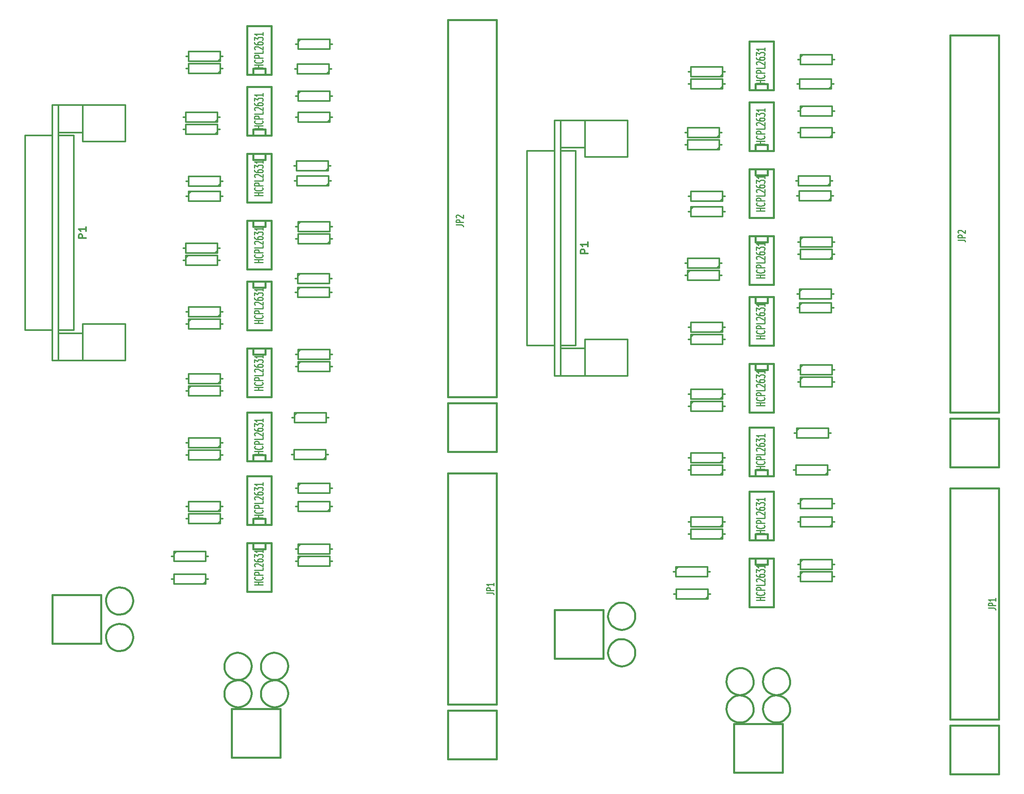
<source format=gto>
G04 (created by PCBNEW-RS274X (2011-04-29 BZR 2986)-stable) date 1/6/2014 8:37:51 PM*
G01*
G70*
G90*
%MOIN*%
G04 Gerber Fmt 3.4, Leading zero omitted, Abs format*
%FSLAX34Y34*%
G04 APERTURE LIST*
%ADD10C,0.006000*%
%ADD11C,0.015000*%
%ADD12C,0.012000*%
%ADD13C,0.010000*%
G04 APERTURE END LIST*
G54D10*
G54D11*
X69093Y-64875D02*
X69071Y-65092D01*
X69008Y-65301D01*
X68906Y-65493D01*
X68768Y-65662D01*
X68600Y-65801D01*
X68408Y-65905D01*
X68199Y-65970D01*
X67982Y-65992D01*
X67766Y-65973D01*
X67557Y-65911D01*
X67363Y-65810D01*
X67193Y-65673D01*
X67053Y-65506D01*
X66948Y-65315D01*
X66882Y-65107D01*
X66858Y-64890D01*
X66876Y-64674D01*
X66936Y-64464D01*
X67036Y-64270D01*
X67171Y-64099D01*
X67337Y-63957D01*
X67528Y-63851D01*
X67735Y-63784D01*
X67952Y-63758D01*
X68169Y-63774D01*
X68379Y-63833D01*
X68574Y-63932D01*
X68745Y-64066D01*
X68888Y-64231D01*
X68996Y-64421D01*
X69065Y-64628D01*
X69092Y-64844D01*
X69093Y-64875D01*
X72093Y-64875D02*
X72071Y-65092D01*
X72008Y-65301D01*
X71906Y-65493D01*
X71768Y-65662D01*
X71600Y-65801D01*
X71408Y-65905D01*
X71199Y-65970D01*
X70982Y-65992D01*
X70766Y-65973D01*
X70557Y-65911D01*
X70363Y-65810D01*
X70193Y-65673D01*
X70053Y-65506D01*
X69948Y-65315D01*
X69882Y-65107D01*
X69858Y-64890D01*
X69876Y-64674D01*
X69936Y-64464D01*
X70036Y-64270D01*
X70171Y-64099D01*
X70337Y-63957D01*
X70528Y-63851D01*
X70735Y-63784D01*
X70952Y-63758D01*
X71169Y-63774D01*
X71379Y-63833D01*
X71574Y-63932D01*
X71745Y-64066D01*
X71888Y-64231D01*
X71996Y-64421D01*
X72065Y-64628D01*
X72092Y-64844D01*
X72093Y-64875D01*
X72093Y-67125D02*
X72071Y-67342D01*
X72008Y-67551D01*
X71906Y-67743D01*
X71768Y-67912D01*
X71600Y-68051D01*
X71408Y-68155D01*
X71199Y-68220D01*
X70982Y-68242D01*
X70766Y-68223D01*
X70557Y-68161D01*
X70363Y-68060D01*
X70193Y-67923D01*
X70053Y-67756D01*
X69948Y-67565D01*
X69882Y-67357D01*
X69858Y-67140D01*
X69876Y-66924D01*
X69936Y-66714D01*
X70036Y-66520D01*
X70171Y-66349D01*
X70337Y-66207D01*
X70528Y-66101D01*
X70735Y-66034D01*
X70952Y-66008D01*
X71169Y-66024D01*
X71379Y-66083D01*
X71574Y-66182D01*
X71745Y-66316D01*
X71888Y-66481D01*
X71996Y-66671D01*
X72065Y-66878D01*
X72092Y-67094D01*
X72093Y-67125D01*
X69093Y-67125D02*
X69071Y-67342D01*
X69008Y-67551D01*
X68906Y-67743D01*
X68768Y-67912D01*
X68600Y-68051D01*
X68408Y-68155D01*
X68199Y-68220D01*
X67982Y-68242D01*
X67766Y-68223D01*
X67557Y-68161D01*
X67363Y-68060D01*
X67193Y-67923D01*
X67053Y-67756D01*
X66948Y-67565D01*
X66882Y-67357D01*
X66858Y-67140D01*
X66876Y-66924D01*
X66936Y-66714D01*
X67036Y-66520D01*
X67171Y-66349D01*
X67337Y-66207D01*
X67528Y-66101D01*
X67735Y-66034D01*
X67952Y-66008D01*
X68169Y-66024D01*
X68379Y-66083D01*
X68574Y-66182D01*
X68745Y-66316D01*
X68888Y-66481D01*
X68996Y-66671D01*
X69065Y-66878D01*
X69092Y-67094D01*
X69093Y-67125D01*
X59368Y-62500D02*
X59346Y-62717D01*
X59283Y-62926D01*
X59181Y-63118D01*
X59043Y-63287D01*
X58875Y-63426D01*
X58683Y-63530D01*
X58474Y-63595D01*
X58257Y-63617D01*
X58041Y-63598D01*
X57832Y-63536D01*
X57638Y-63435D01*
X57468Y-63298D01*
X57328Y-63131D01*
X57223Y-62940D01*
X57157Y-62732D01*
X57133Y-62515D01*
X57151Y-62299D01*
X57211Y-62089D01*
X57311Y-61895D01*
X57446Y-61724D01*
X57612Y-61582D01*
X57803Y-61476D01*
X58010Y-61409D01*
X58227Y-61383D01*
X58444Y-61399D01*
X58654Y-61458D01*
X58849Y-61557D01*
X59020Y-61691D01*
X59163Y-61856D01*
X59271Y-62046D01*
X59340Y-62253D01*
X59367Y-62469D01*
X59368Y-62500D01*
X59368Y-59500D02*
X59346Y-59717D01*
X59283Y-59926D01*
X59181Y-60118D01*
X59043Y-60287D01*
X58875Y-60426D01*
X58683Y-60530D01*
X58474Y-60595D01*
X58257Y-60617D01*
X58041Y-60598D01*
X57832Y-60536D01*
X57638Y-60435D01*
X57468Y-60298D01*
X57328Y-60131D01*
X57223Y-59940D01*
X57157Y-59732D01*
X57133Y-59515D01*
X57151Y-59299D01*
X57211Y-59089D01*
X57311Y-58895D01*
X57446Y-58724D01*
X57612Y-58582D01*
X57803Y-58476D01*
X58010Y-58409D01*
X58227Y-58383D01*
X58444Y-58399D01*
X58654Y-58458D01*
X58849Y-58557D01*
X59020Y-58691D01*
X59163Y-58856D01*
X59271Y-59046D01*
X59340Y-59253D01*
X59367Y-59469D01*
X59368Y-59500D01*
G54D12*
X53250Y-18750D02*
X58750Y-18750D01*
X55250Y-21750D02*
X58750Y-21750D01*
X53250Y-21000D02*
X55250Y-21000D01*
X53250Y-37500D02*
X55250Y-37500D01*
X55250Y-36750D02*
X58750Y-36750D01*
X58750Y-39750D02*
X53250Y-39750D01*
X55250Y-18750D02*
X55250Y-21750D01*
X55250Y-39750D02*
X55250Y-36750D01*
X54500Y-21250D02*
X53250Y-21250D01*
X54500Y-37250D02*
X53250Y-37250D01*
X50500Y-21250D02*
X52750Y-21250D01*
X50500Y-37250D02*
X52750Y-37250D01*
X53250Y-18750D02*
X52750Y-18750D01*
X52750Y-18750D02*
X52750Y-39750D01*
X52750Y-39750D02*
X53250Y-39750D01*
X53250Y-39750D02*
X53250Y-18750D01*
X58750Y-21750D02*
X58750Y-18750D01*
X54500Y-37250D02*
X54500Y-21250D01*
X50500Y-37250D02*
X50500Y-21250D01*
X58750Y-39750D02*
X58750Y-36750D01*
G54D11*
X70250Y-54750D02*
X70250Y-55250D01*
X70250Y-55250D02*
X69250Y-55250D01*
X69250Y-55250D02*
X69250Y-54750D01*
X70750Y-54750D02*
X70750Y-58750D01*
X70750Y-58750D02*
X68750Y-58750D01*
X68750Y-58750D02*
X68750Y-54750D01*
X68750Y-54750D02*
X70750Y-54750D01*
X69250Y-48000D02*
X69250Y-47500D01*
X69250Y-47500D02*
X70250Y-47500D01*
X70250Y-47500D02*
X70250Y-48000D01*
X68750Y-48000D02*
X68750Y-44000D01*
X68750Y-44000D02*
X70750Y-44000D01*
X70750Y-44000D02*
X70750Y-48000D01*
X70750Y-48000D02*
X68750Y-48000D01*
X70250Y-22750D02*
X70250Y-23250D01*
X70250Y-23250D02*
X69250Y-23250D01*
X69250Y-23250D02*
X69250Y-22750D01*
X70750Y-22750D02*
X70750Y-26750D01*
X70750Y-26750D02*
X68750Y-26750D01*
X68750Y-26750D02*
X68750Y-22750D01*
X68750Y-22750D02*
X70750Y-22750D01*
X69250Y-53250D02*
X69250Y-52750D01*
X69250Y-52750D02*
X70250Y-52750D01*
X70250Y-52750D02*
X70250Y-53250D01*
X68750Y-53250D02*
X68750Y-49250D01*
X68750Y-49250D02*
X70750Y-49250D01*
X70750Y-49250D02*
X70750Y-53250D01*
X70750Y-53250D02*
X68750Y-53250D01*
X70250Y-28250D02*
X70250Y-28750D01*
X70250Y-28750D02*
X69250Y-28750D01*
X69250Y-28750D02*
X69250Y-28250D01*
X70750Y-28250D02*
X70750Y-32250D01*
X70750Y-32250D02*
X68750Y-32250D01*
X68750Y-32250D02*
X68750Y-28250D01*
X68750Y-28250D02*
X70750Y-28250D01*
X69250Y-16250D02*
X69250Y-15750D01*
X69250Y-15750D02*
X70250Y-15750D01*
X70250Y-15750D02*
X70250Y-16250D01*
X68750Y-16250D02*
X68750Y-12250D01*
X68750Y-12250D02*
X70750Y-12250D01*
X70750Y-12250D02*
X70750Y-16250D01*
X70750Y-16250D02*
X68750Y-16250D01*
X70250Y-33250D02*
X70250Y-33750D01*
X70250Y-33750D02*
X69250Y-33750D01*
X69250Y-33750D02*
X69250Y-33250D01*
X70750Y-33250D02*
X70750Y-37250D01*
X70750Y-37250D02*
X68750Y-37250D01*
X68750Y-37250D02*
X68750Y-33250D01*
X68750Y-33250D02*
X70750Y-33250D01*
X69250Y-21250D02*
X69250Y-20750D01*
X69250Y-20750D02*
X70250Y-20750D01*
X70250Y-20750D02*
X70250Y-21250D01*
X68750Y-21250D02*
X68750Y-17250D01*
X68750Y-17250D02*
X70750Y-17250D01*
X70750Y-17250D02*
X70750Y-21250D01*
X70750Y-21250D02*
X68750Y-21250D01*
X70250Y-38750D02*
X70250Y-39250D01*
X70250Y-39250D02*
X69250Y-39250D01*
X69250Y-39250D02*
X69250Y-38750D01*
X70750Y-38750D02*
X70750Y-42750D01*
X70750Y-42750D02*
X68750Y-42750D01*
X68750Y-42750D02*
X68750Y-38750D01*
X68750Y-38750D02*
X70750Y-38750D01*
G54D12*
X72750Y-40250D02*
X72950Y-40250D01*
X75750Y-40250D02*
X75550Y-40250D01*
X75550Y-40250D02*
X75550Y-39850D01*
X75550Y-39850D02*
X72950Y-39850D01*
X72950Y-39850D02*
X72950Y-40650D01*
X72950Y-40650D02*
X75550Y-40650D01*
X75550Y-40650D02*
X75550Y-40250D01*
X72950Y-40050D02*
X73150Y-39850D01*
X63750Y-42250D02*
X63950Y-42250D01*
X66750Y-42250D02*
X66550Y-42250D01*
X66550Y-42250D02*
X66550Y-41850D01*
X66550Y-41850D02*
X63950Y-41850D01*
X63950Y-41850D02*
X63950Y-42650D01*
X63950Y-42650D02*
X66550Y-42650D01*
X66550Y-42650D02*
X66550Y-42250D01*
X63950Y-42050D02*
X64150Y-41850D01*
X66750Y-41250D02*
X66550Y-41250D01*
X63750Y-41250D02*
X63950Y-41250D01*
X63950Y-41250D02*
X63950Y-41650D01*
X63950Y-41650D02*
X66550Y-41650D01*
X66550Y-41650D02*
X66550Y-40850D01*
X66550Y-40850D02*
X63950Y-40850D01*
X63950Y-40850D02*
X63950Y-41250D01*
X66550Y-41450D02*
X66350Y-41650D01*
X72750Y-39250D02*
X72950Y-39250D01*
X75750Y-39250D02*
X75550Y-39250D01*
X75550Y-39250D02*
X75550Y-38850D01*
X75550Y-38850D02*
X72950Y-38850D01*
X72950Y-38850D02*
X72950Y-39650D01*
X72950Y-39650D02*
X75550Y-39650D01*
X75550Y-39650D02*
X75550Y-39250D01*
X72950Y-39050D02*
X73150Y-38850D01*
X66500Y-20750D02*
X66300Y-20750D01*
X63500Y-20750D02*
X63700Y-20750D01*
X63700Y-20750D02*
X63700Y-21150D01*
X63700Y-21150D02*
X66300Y-21150D01*
X66300Y-21150D02*
X66300Y-20350D01*
X66300Y-20350D02*
X63700Y-20350D01*
X63700Y-20350D02*
X63700Y-20750D01*
X66300Y-20950D02*
X66100Y-21150D01*
X75750Y-19750D02*
X75550Y-19750D01*
X72750Y-19750D02*
X72950Y-19750D01*
X72950Y-19750D02*
X72950Y-20150D01*
X72950Y-20150D02*
X75550Y-20150D01*
X75550Y-20150D02*
X75550Y-19350D01*
X75550Y-19350D02*
X72950Y-19350D01*
X72950Y-19350D02*
X72950Y-19750D01*
X75550Y-19950D02*
X75350Y-20150D01*
X72750Y-18000D02*
X72950Y-18000D01*
X75750Y-18000D02*
X75550Y-18000D01*
X75550Y-18000D02*
X75550Y-17600D01*
X75550Y-17600D02*
X72950Y-17600D01*
X72950Y-17600D02*
X72950Y-18400D01*
X72950Y-18400D02*
X75550Y-18400D01*
X75550Y-18400D02*
X75550Y-18000D01*
X72950Y-17800D02*
X73150Y-17600D01*
X72700Y-34150D02*
X72900Y-34150D01*
X75700Y-34150D02*
X75500Y-34150D01*
X75500Y-34150D02*
X75500Y-33750D01*
X75500Y-33750D02*
X72900Y-33750D01*
X72900Y-33750D02*
X72900Y-34550D01*
X72900Y-34550D02*
X75500Y-34550D01*
X75500Y-34550D02*
X75500Y-34150D01*
X72900Y-33950D02*
X73100Y-33750D01*
X66500Y-19750D02*
X66300Y-19750D01*
X63500Y-19750D02*
X63700Y-19750D01*
X63700Y-19750D02*
X63700Y-20150D01*
X63700Y-20150D02*
X66300Y-20150D01*
X66300Y-20150D02*
X66300Y-19350D01*
X66300Y-19350D02*
X63700Y-19350D01*
X63700Y-19350D02*
X63700Y-19750D01*
X66300Y-19950D02*
X66100Y-20150D01*
X63750Y-36750D02*
X63950Y-36750D01*
X66750Y-36750D02*
X66550Y-36750D01*
X66550Y-36750D02*
X66550Y-36350D01*
X66550Y-36350D02*
X63950Y-36350D01*
X63950Y-36350D02*
X63950Y-37150D01*
X63950Y-37150D02*
X66550Y-37150D01*
X66550Y-37150D02*
X66550Y-36750D01*
X63950Y-36550D02*
X64150Y-36350D01*
X72750Y-56250D02*
X72950Y-56250D01*
X75750Y-56250D02*
X75550Y-56250D01*
X75550Y-56250D02*
X75550Y-55850D01*
X75550Y-55850D02*
X72950Y-55850D01*
X72950Y-55850D02*
X72950Y-56650D01*
X72950Y-56650D02*
X75550Y-56650D01*
X75550Y-56650D02*
X75550Y-56250D01*
X72950Y-56050D02*
X73150Y-55850D01*
X65550Y-57700D02*
X65350Y-57700D01*
X62550Y-57700D02*
X62750Y-57700D01*
X62750Y-57700D02*
X62750Y-58100D01*
X62750Y-58100D02*
X65350Y-58100D01*
X65350Y-58100D02*
X65350Y-57300D01*
X65350Y-57300D02*
X62750Y-57300D01*
X62750Y-57300D02*
X62750Y-57700D01*
X65350Y-57900D02*
X65150Y-58100D01*
X62525Y-55850D02*
X62725Y-55850D01*
X65525Y-55850D02*
X65325Y-55850D01*
X65325Y-55850D02*
X65325Y-55450D01*
X65325Y-55450D02*
X62725Y-55450D01*
X62725Y-55450D02*
X62725Y-56250D01*
X62725Y-56250D02*
X65325Y-56250D01*
X65325Y-56250D02*
X65325Y-55850D01*
X62725Y-55650D02*
X62925Y-55450D01*
X66750Y-46500D02*
X66550Y-46500D01*
X63750Y-46500D02*
X63950Y-46500D01*
X63950Y-46500D02*
X63950Y-46900D01*
X63950Y-46900D02*
X66550Y-46900D01*
X66550Y-46900D02*
X66550Y-46100D01*
X66550Y-46100D02*
X63950Y-46100D01*
X63950Y-46100D02*
X63950Y-46500D01*
X66550Y-46700D02*
X66350Y-46900D01*
X72750Y-55250D02*
X72950Y-55250D01*
X75750Y-55250D02*
X75550Y-55250D01*
X75550Y-55250D02*
X75550Y-54850D01*
X75550Y-54850D02*
X72950Y-54850D01*
X72950Y-54850D02*
X72950Y-55650D01*
X72950Y-55650D02*
X75550Y-55650D01*
X75550Y-55650D02*
X75550Y-55250D01*
X72950Y-55050D02*
X73150Y-54850D01*
X72440Y-44460D02*
X72640Y-44460D01*
X75440Y-44460D02*
X75240Y-44460D01*
X75240Y-44460D02*
X75240Y-44060D01*
X75240Y-44060D02*
X72640Y-44060D01*
X72640Y-44060D02*
X72640Y-44860D01*
X72640Y-44860D02*
X75240Y-44860D01*
X75240Y-44860D02*
X75240Y-44460D01*
X72640Y-44260D02*
X72840Y-44060D01*
X75400Y-47495D02*
X75200Y-47495D01*
X72400Y-47495D02*
X72600Y-47495D01*
X72600Y-47495D02*
X72600Y-47895D01*
X72600Y-47895D02*
X75200Y-47895D01*
X75200Y-47895D02*
X75200Y-47095D01*
X75200Y-47095D02*
X72600Y-47095D01*
X72600Y-47095D02*
X72600Y-47495D01*
X75200Y-47695D02*
X75000Y-47895D01*
X66750Y-47500D02*
X66550Y-47500D01*
X63750Y-47500D02*
X63950Y-47500D01*
X63950Y-47500D02*
X63950Y-47900D01*
X63950Y-47900D02*
X66550Y-47900D01*
X66550Y-47900D02*
X66550Y-47100D01*
X66550Y-47100D02*
X63950Y-47100D01*
X63950Y-47100D02*
X63950Y-47500D01*
X66550Y-47700D02*
X66350Y-47900D01*
X75640Y-24965D02*
X75440Y-24965D01*
X72640Y-24965D02*
X72840Y-24965D01*
X72840Y-24965D02*
X72840Y-25365D01*
X72840Y-25365D02*
X75440Y-25365D01*
X75440Y-25365D02*
X75440Y-24565D01*
X75440Y-24565D02*
X72840Y-24565D01*
X72840Y-24565D02*
X72840Y-24965D01*
X75440Y-25165D02*
X75240Y-25365D01*
X66750Y-25000D02*
X66550Y-25000D01*
X63750Y-25000D02*
X63950Y-25000D01*
X63950Y-25000D02*
X63950Y-25400D01*
X63950Y-25400D02*
X66550Y-25400D01*
X66550Y-25400D02*
X66550Y-24600D01*
X66550Y-24600D02*
X63950Y-24600D01*
X63950Y-24600D02*
X63950Y-25000D01*
X66550Y-25200D02*
X66350Y-25400D01*
X63750Y-26250D02*
X63950Y-26250D01*
X66750Y-26250D02*
X66550Y-26250D01*
X66550Y-26250D02*
X66550Y-25850D01*
X66550Y-25850D02*
X63950Y-25850D01*
X63950Y-25850D02*
X63950Y-26650D01*
X63950Y-26650D02*
X66550Y-26650D01*
X66550Y-26650D02*
X66550Y-26250D01*
X63950Y-26050D02*
X64150Y-25850D01*
X66750Y-52750D02*
X66550Y-52750D01*
X63750Y-52750D02*
X63950Y-52750D01*
X63950Y-52750D02*
X63950Y-53150D01*
X63950Y-53150D02*
X66550Y-53150D01*
X66550Y-53150D02*
X66550Y-52350D01*
X66550Y-52350D02*
X63950Y-52350D01*
X63950Y-52350D02*
X63950Y-52750D01*
X66550Y-52950D02*
X66350Y-53150D01*
X75595Y-23735D02*
X75395Y-23735D01*
X72595Y-23735D02*
X72795Y-23735D01*
X72795Y-23735D02*
X72795Y-24135D01*
X72795Y-24135D02*
X75395Y-24135D01*
X75395Y-24135D02*
X75395Y-23335D01*
X75395Y-23335D02*
X72795Y-23335D01*
X72795Y-23335D02*
X72795Y-23735D01*
X75395Y-23935D02*
X75195Y-24135D01*
X72750Y-50250D02*
X72950Y-50250D01*
X75750Y-50250D02*
X75550Y-50250D01*
X75550Y-50250D02*
X75550Y-49850D01*
X75550Y-49850D02*
X72950Y-49850D01*
X72950Y-49850D02*
X72950Y-50650D01*
X72950Y-50650D02*
X75550Y-50650D01*
X75550Y-50650D02*
X75550Y-50250D01*
X72950Y-50050D02*
X73150Y-49850D01*
X66750Y-35750D02*
X66550Y-35750D01*
X63750Y-35750D02*
X63950Y-35750D01*
X63950Y-35750D02*
X63950Y-36150D01*
X63950Y-36150D02*
X66550Y-36150D01*
X66550Y-36150D02*
X66550Y-35350D01*
X66550Y-35350D02*
X63950Y-35350D01*
X63950Y-35350D02*
X63950Y-35750D01*
X66550Y-35950D02*
X66350Y-36150D01*
X72700Y-33025D02*
X72900Y-33025D01*
X75700Y-33025D02*
X75500Y-33025D01*
X75500Y-33025D02*
X75500Y-32625D01*
X75500Y-32625D02*
X72900Y-32625D01*
X72900Y-32625D02*
X72900Y-33425D01*
X72900Y-33425D02*
X75500Y-33425D01*
X75500Y-33425D02*
X75500Y-33025D01*
X72900Y-32825D02*
X73100Y-32625D01*
X66750Y-15750D02*
X66550Y-15750D01*
X63750Y-15750D02*
X63950Y-15750D01*
X63950Y-15750D02*
X63950Y-16150D01*
X63950Y-16150D02*
X66550Y-16150D01*
X66550Y-16150D02*
X66550Y-15350D01*
X66550Y-15350D02*
X63950Y-15350D01*
X63950Y-15350D02*
X63950Y-15750D01*
X66550Y-15950D02*
X66350Y-16150D01*
X75680Y-15770D02*
X75480Y-15770D01*
X72680Y-15770D02*
X72880Y-15770D01*
X72880Y-15770D02*
X72880Y-16170D01*
X72880Y-16170D02*
X75480Y-16170D01*
X75480Y-16170D02*
X75480Y-15370D01*
X75480Y-15370D02*
X72880Y-15370D01*
X72880Y-15370D02*
X72880Y-15770D01*
X75480Y-15970D02*
X75280Y-16170D01*
X72750Y-13750D02*
X72950Y-13750D01*
X75750Y-13750D02*
X75550Y-13750D01*
X75550Y-13750D02*
X75550Y-13350D01*
X75550Y-13350D02*
X72950Y-13350D01*
X72950Y-13350D02*
X72950Y-14150D01*
X72950Y-14150D02*
X75550Y-14150D01*
X75550Y-14150D02*
X75550Y-13750D01*
X72950Y-13550D02*
X73150Y-13350D01*
X75750Y-29750D02*
X75550Y-29750D01*
X72750Y-29750D02*
X72950Y-29750D01*
X72950Y-29750D02*
X72950Y-30150D01*
X72950Y-30150D02*
X75550Y-30150D01*
X75550Y-30150D02*
X75550Y-29350D01*
X75550Y-29350D02*
X72950Y-29350D01*
X72950Y-29350D02*
X72950Y-29750D01*
X75550Y-29950D02*
X75350Y-30150D01*
X66750Y-14750D02*
X66550Y-14750D01*
X63750Y-14750D02*
X63950Y-14750D01*
X63950Y-14750D02*
X63950Y-15150D01*
X63950Y-15150D02*
X66550Y-15150D01*
X66550Y-15150D02*
X66550Y-14350D01*
X66550Y-14350D02*
X63950Y-14350D01*
X63950Y-14350D02*
X63950Y-14750D01*
X66550Y-14950D02*
X66350Y-15150D01*
X63500Y-31500D02*
X63700Y-31500D01*
X66500Y-31500D02*
X66300Y-31500D01*
X66300Y-31500D02*
X66300Y-31100D01*
X66300Y-31100D02*
X63700Y-31100D01*
X63700Y-31100D02*
X63700Y-31900D01*
X63700Y-31900D02*
X66300Y-31900D01*
X66300Y-31900D02*
X66300Y-31500D01*
X63700Y-31300D02*
X63900Y-31100D01*
X66500Y-30500D02*
X66300Y-30500D01*
X63500Y-30500D02*
X63700Y-30500D01*
X63700Y-30500D02*
X63700Y-30900D01*
X63700Y-30900D02*
X66300Y-30900D01*
X66300Y-30900D02*
X66300Y-30100D01*
X66300Y-30100D02*
X63700Y-30100D01*
X63700Y-30100D02*
X63700Y-30500D01*
X66300Y-30700D02*
X66100Y-30900D01*
X72750Y-28750D02*
X72950Y-28750D01*
X75750Y-28750D02*
X75550Y-28750D01*
X75550Y-28750D02*
X75550Y-28350D01*
X75550Y-28350D02*
X72950Y-28350D01*
X72950Y-28350D02*
X72950Y-29150D01*
X72950Y-29150D02*
X75550Y-29150D01*
X75550Y-29150D02*
X75550Y-28750D01*
X72950Y-28550D02*
X73150Y-28350D01*
X66750Y-51750D02*
X66550Y-51750D01*
X63750Y-51750D02*
X63950Y-51750D01*
X63950Y-51750D02*
X63950Y-52150D01*
X63950Y-52150D02*
X66550Y-52150D01*
X66550Y-52150D02*
X66550Y-51350D01*
X66550Y-51350D02*
X63950Y-51350D01*
X63950Y-51350D02*
X63950Y-51750D01*
X66550Y-51950D02*
X66350Y-52150D01*
X75750Y-51750D02*
X75550Y-51750D01*
X72750Y-51750D02*
X72950Y-51750D01*
X72950Y-51750D02*
X72950Y-52150D01*
X72950Y-52150D02*
X75550Y-52150D01*
X75550Y-52150D02*
X75550Y-51350D01*
X75550Y-51350D02*
X72950Y-51350D01*
X72950Y-51350D02*
X72950Y-51750D01*
X75550Y-51950D02*
X75350Y-52150D01*
G54D11*
X89250Y-47250D02*
X85250Y-47250D01*
X85250Y-47250D02*
X85250Y-43250D01*
X85250Y-43250D02*
X89250Y-43250D01*
X89250Y-43250D02*
X89250Y-47250D01*
X85250Y-68500D02*
X89250Y-68500D01*
X89250Y-68500D02*
X89250Y-72500D01*
X89250Y-72500D02*
X85250Y-72500D01*
X85250Y-72500D02*
X85250Y-68500D01*
X56750Y-63000D02*
X52750Y-63000D01*
X52750Y-63000D02*
X52750Y-59000D01*
X52750Y-59000D02*
X56750Y-59000D01*
X56750Y-59000D02*
X56750Y-63000D01*
X67475Y-72375D02*
X67475Y-68375D01*
X67475Y-68375D02*
X71475Y-68375D01*
X71475Y-68375D02*
X71475Y-72375D01*
X71475Y-72375D02*
X67475Y-72375D01*
X85250Y-49000D02*
X85250Y-68000D01*
X85250Y-68000D02*
X89250Y-68000D01*
X89250Y-68000D02*
X89250Y-49000D01*
X87250Y-49000D02*
X85250Y-49000D01*
X87250Y-49000D02*
X89250Y-49000D01*
X89250Y-42750D02*
X89250Y-11750D01*
X89250Y-11750D02*
X85250Y-11750D01*
X85250Y-11750D02*
X85250Y-42750D01*
X87250Y-42750D02*
X89250Y-42750D01*
X87250Y-42750D02*
X85250Y-42750D01*
G54D12*
X87750Y-42750D02*
X86750Y-42750D01*
G54D11*
X48000Y-41500D02*
X48000Y-10500D01*
X48000Y-10500D02*
X44000Y-10500D01*
X44000Y-10500D02*
X44000Y-41500D01*
X46000Y-41500D02*
X48000Y-41500D01*
X46000Y-41500D02*
X44000Y-41500D01*
G54D12*
X46500Y-41500D02*
X45500Y-41500D01*
G54D11*
X44000Y-47750D02*
X44000Y-66750D01*
X44000Y-66750D02*
X48000Y-66750D01*
X48000Y-66750D02*
X48000Y-47750D01*
X46000Y-47750D02*
X44000Y-47750D01*
X46000Y-47750D02*
X48000Y-47750D01*
X26225Y-71125D02*
X26225Y-67125D01*
X26225Y-67125D02*
X30225Y-67125D01*
X30225Y-67125D02*
X30225Y-71125D01*
X30225Y-71125D02*
X26225Y-71125D01*
X15500Y-61750D02*
X11500Y-61750D01*
X11500Y-61750D02*
X11500Y-57750D01*
X11500Y-57750D02*
X15500Y-57750D01*
X15500Y-57750D02*
X15500Y-61750D01*
X44000Y-67250D02*
X48000Y-67250D01*
X48000Y-67250D02*
X48000Y-71250D01*
X48000Y-71250D02*
X44000Y-71250D01*
X44000Y-71250D02*
X44000Y-67250D01*
X48000Y-46000D02*
X44000Y-46000D01*
X44000Y-46000D02*
X44000Y-42000D01*
X44000Y-42000D02*
X48000Y-42000D01*
X48000Y-42000D02*
X48000Y-46000D01*
G54D12*
X34500Y-50500D02*
X34300Y-50500D01*
X31500Y-50500D02*
X31700Y-50500D01*
X31700Y-50500D02*
X31700Y-50900D01*
X31700Y-50900D02*
X34300Y-50900D01*
X34300Y-50900D02*
X34300Y-50100D01*
X34300Y-50100D02*
X31700Y-50100D01*
X31700Y-50100D02*
X31700Y-50500D01*
X34300Y-50700D02*
X34100Y-50900D01*
X25500Y-50500D02*
X25300Y-50500D01*
X22500Y-50500D02*
X22700Y-50500D01*
X22700Y-50500D02*
X22700Y-50900D01*
X22700Y-50900D02*
X25300Y-50900D01*
X25300Y-50900D02*
X25300Y-50100D01*
X25300Y-50100D02*
X22700Y-50100D01*
X22700Y-50100D02*
X22700Y-50500D01*
X25300Y-50700D02*
X25100Y-50900D01*
X31500Y-27500D02*
X31700Y-27500D01*
X34500Y-27500D02*
X34300Y-27500D01*
X34300Y-27500D02*
X34300Y-27100D01*
X34300Y-27100D02*
X31700Y-27100D01*
X31700Y-27100D02*
X31700Y-27900D01*
X31700Y-27900D02*
X34300Y-27900D01*
X34300Y-27900D02*
X34300Y-27500D01*
X31700Y-27300D02*
X31900Y-27100D01*
X25250Y-29250D02*
X25050Y-29250D01*
X22250Y-29250D02*
X22450Y-29250D01*
X22450Y-29250D02*
X22450Y-29650D01*
X22450Y-29650D02*
X25050Y-29650D01*
X25050Y-29650D02*
X25050Y-28850D01*
X25050Y-28850D02*
X22450Y-28850D01*
X22450Y-28850D02*
X22450Y-29250D01*
X25050Y-29450D02*
X24850Y-29650D01*
X22250Y-30250D02*
X22450Y-30250D01*
X25250Y-30250D02*
X25050Y-30250D01*
X25050Y-30250D02*
X25050Y-29850D01*
X25050Y-29850D02*
X22450Y-29850D01*
X22450Y-29850D02*
X22450Y-30650D01*
X22450Y-30650D02*
X25050Y-30650D01*
X25050Y-30650D02*
X25050Y-30250D01*
X22450Y-30050D02*
X22650Y-29850D01*
X25500Y-13500D02*
X25300Y-13500D01*
X22500Y-13500D02*
X22700Y-13500D01*
X22700Y-13500D02*
X22700Y-13900D01*
X22700Y-13900D02*
X25300Y-13900D01*
X25300Y-13900D02*
X25300Y-13100D01*
X25300Y-13100D02*
X22700Y-13100D01*
X22700Y-13100D02*
X22700Y-13500D01*
X25300Y-13700D02*
X25100Y-13900D01*
X34500Y-28500D02*
X34300Y-28500D01*
X31500Y-28500D02*
X31700Y-28500D01*
X31700Y-28500D02*
X31700Y-28900D01*
X31700Y-28900D02*
X34300Y-28900D01*
X34300Y-28900D02*
X34300Y-28100D01*
X34300Y-28100D02*
X31700Y-28100D01*
X31700Y-28100D02*
X31700Y-28500D01*
X34300Y-28700D02*
X34100Y-28900D01*
X31500Y-12500D02*
X31700Y-12500D01*
X34500Y-12500D02*
X34300Y-12500D01*
X34300Y-12500D02*
X34300Y-12100D01*
X34300Y-12100D02*
X31700Y-12100D01*
X31700Y-12100D02*
X31700Y-12900D01*
X31700Y-12900D02*
X34300Y-12900D01*
X34300Y-12900D02*
X34300Y-12500D01*
X31700Y-12300D02*
X31900Y-12100D01*
X34430Y-14520D02*
X34230Y-14520D01*
X31430Y-14520D02*
X31630Y-14520D01*
X31630Y-14520D02*
X31630Y-14920D01*
X31630Y-14920D02*
X34230Y-14920D01*
X34230Y-14920D02*
X34230Y-14120D01*
X34230Y-14120D02*
X31630Y-14120D01*
X31630Y-14120D02*
X31630Y-14520D01*
X34230Y-14720D02*
X34030Y-14920D01*
X25500Y-14500D02*
X25300Y-14500D01*
X22500Y-14500D02*
X22700Y-14500D01*
X22700Y-14500D02*
X22700Y-14900D01*
X22700Y-14900D02*
X25300Y-14900D01*
X25300Y-14900D02*
X25300Y-14100D01*
X25300Y-14100D02*
X22700Y-14100D01*
X22700Y-14100D02*
X22700Y-14500D01*
X25300Y-14700D02*
X25100Y-14900D01*
X31450Y-31775D02*
X31650Y-31775D01*
X34450Y-31775D02*
X34250Y-31775D01*
X34250Y-31775D02*
X34250Y-31375D01*
X34250Y-31375D02*
X31650Y-31375D01*
X31650Y-31375D02*
X31650Y-32175D01*
X31650Y-32175D02*
X34250Y-32175D01*
X34250Y-32175D02*
X34250Y-31775D01*
X31650Y-31575D02*
X31850Y-31375D01*
X25500Y-34500D02*
X25300Y-34500D01*
X22500Y-34500D02*
X22700Y-34500D01*
X22700Y-34500D02*
X22700Y-34900D01*
X22700Y-34900D02*
X25300Y-34900D01*
X25300Y-34900D02*
X25300Y-34100D01*
X25300Y-34100D02*
X22700Y-34100D01*
X22700Y-34100D02*
X22700Y-34500D01*
X25300Y-34700D02*
X25100Y-34900D01*
X31500Y-49000D02*
X31700Y-49000D01*
X34500Y-49000D02*
X34300Y-49000D01*
X34300Y-49000D02*
X34300Y-48600D01*
X34300Y-48600D02*
X31700Y-48600D01*
X31700Y-48600D02*
X31700Y-49400D01*
X31700Y-49400D02*
X34300Y-49400D01*
X34300Y-49400D02*
X34300Y-49000D01*
X31700Y-48800D02*
X31900Y-48600D01*
X34345Y-22485D02*
X34145Y-22485D01*
X31345Y-22485D02*
X31545Y-22485D01*
X31545Y-22485D02*
X31545Y-22885D01*
X31545Y-22885D02*
X34145Y-22885D01*
X34145Y-22885D02*
X34145Y-22085D01*
X34145Y-22085D02*
X31545Y-22085D01*
X31545Y-22085D02*
X31545Y-22485D01*
X34145Y-22685D02*
X33945Y-22885D01*
X25500Y-51500D02*
X25300Y-51500D01*
X22500Y-51500D02*
X22700Y-51500D01*
X22700Y-51500D02*
X22700Y-51900D01*
X22700Y-51900D02*
X25300Y-51900D01*
X25300Y-51900D02*
X25300Y-51100D01*
X25300Y-51100D02*
X22700Y-51100D01*
X22700Y-51100D02*
X22700Y-51500D01*
X25300Y-51700D02*
X25100Y-51900D01*
X22500Y-25000D02*
X22700Y-25000D01*
X25500Y-25000D02*
X25300Y-25000D01*
X25300Y-25000D02*
X25300Y-24600D01*
X25300Y-24600D02*
X22700Y-24600D01*
X22700Y-24600D02*
X22700Y-25400D01*
X22700Y-25400D02*
X25300Y-25400D01*
X25300Y-25400D02*
X25300Y-25000D01*
X22700Y-24800D02*
X22900Y-24600D01*
X25500Y-23750D02*
X25300Y-23750D01*
X22500Y-23750D02*
X22700Y-23750D01*
X22700Y-23750D02*
X22700Y-24150D01*
X22700Y-24150D02*
X25300Y-24150D01*
X25300Y-24150D02*
X25300Y-23350D01*
X25300Y-23350D02*
X22700Y-23350D01*
X22700Y-23350D02*
X22700Y-23750D01*
X25300Y-23950D02*
X25100Y-24150D01*
X34390Y-23715D02*
X34190Y-23715D01*
X31390Y-23715D02*
X31590Y-23715D01*
X31590Y-23715D02*
X31590Y-24115D01*
X31590Y-24115D02*
X34190Y-24115D01*
X34190Y-24115D02*
X34190Y-23315D01*
X34190Y-23315D02*
X31590Y-23315D01*
X31590Y-23315D02*
X31590Y-23715D01*
X34190Y-23915D02*
X33990Y-24115D01*
X25500Y-46250D02*
X25300Y-46250D01*
X22500Y-46250D02*
X22700Y-46250D01*
X22700Y-46250D02*
X22700Y-46650D01*
X22700Y-46650D02*
X25300Y-46650D01*
X25300Y-46650D02*
X25300Y-45850D01*
X25300Y-45850D02*
X22700Y-45850D01*
X22700Y-45850D02*
X22700Y-46250D01*
X25300Y-46450D02*
X25100Y-46650D01*
X34150Y-46245D02*
X33950Y-46245D01*
X31150Y-46245D02*
X31350Y-46245D01*
X31350Y-46245D02*
X31350Y-46645D01*
X31350Y-46645D02*
X33950Y-46645D01*
X33950Y-46645D02*
X33950Y-45845D01*
X33950Y-45845D02*
X31350Y-45845D01*
X31350Y-45845D02*
X31350Y-46245D01*
X33950Y-46445D02*
X33750Y-46645D01*
X31190Y-43210D02*
X31390Y-43210D01*
X34190Y-43210D02*
X33990Y-43210D01*
X33990Y-43210D02*
X33990Y-42810D01*
X33990Y-42810D02*
X31390Y-42810D01*
X31390Y-42810D02*
X31390Y-43610D01*
X31390Y-43610D02*
X33990Y-43610D01*
X33990Y-43610D02*
X33990Y-43210D01*
X31390Y-43010D02*
X31590Y-42810D01*
X31500Y-54000D02*
X31700Y-54000D01*
X34500Y-54000D02*
X34300Y-54000D01*
X34300Y-54000D02*
X34300Y-53600D01*
X34300Y-53600D02*
X31700Y-53600D01*
X31700Y-53600D02*
X31700Y-54400D01*
X31700Y-54400D02*
X34300Y-54400D01*
X34300Y-54400D02*
X34300Y-54000D01*
X31700Y-53800D02*
X31900Y-53600D01*
X25500Y-45250D02*
X25300Y-45250D01*
X22500Y-45250D02*
X22700Y-45250D01*
X22700Y-45250D02*
X22700Y-45650D01*
X22700Y-45650D02*
X25300Y-45650D01*
X25300Y-45650D02*
X25300Y-44850D01*
X25300Y-44850D02*
X22700Y-44850D01*
X22700Y-44850D02*
X22700Y-45250D01*
X25300Y-45450D02*
X25100Y-45650D01*
X21275Y-54600D02*
X21475Y-54600D01*
X24275Y-54600D02*
X24075Y-54600D01*
X24075Y-54600D02*
X24075Y-54200D01*
X24075Y-54200D02*
X21475Y-54200D01*
X21475Y-54200D02*
X21475Y-55000D01*
X21475Y-55000D02*
X24075Y-55000D01*
X24075Y-55000D02*
X24075Y-54600D01*
X21475Y-54400D02*
X21675Y-54200D01*
X24300Y-56450D02*
X24100Y-56450D01*
X21300Y-56450D02*
X21500Y-56450D01*
X21500Y-56450D02*
X21500Y-56850D01*
X21500Y-56850D02*
X24100Y-56850D01*
X24100Y-56850D02*
X24100Y-56050D01*
X24100Y-56050D02*
X21500Y-56050D01*
X21500Y-56050D02*
X21500Y-56450D01*
X24100Y-56650D02*
X23900Y-56850D01*
X31500Y-55000D02*
X31700Y-55000D01*
X34500Y-55000D02*
X34300Y-55000D01*
X34300Y-55000D02*
X34300Y-54600D01*
X34300Y-54600D02*
X31700Y-54600D01*
X31700Y-54600D02*
X31700Y-55400D01*
X31700Y-55400D02*
X34300Y-55400D01*
X34300Y-55400D02*
X34300Y-55000D01*
X31700Y-54800D02*
X31900Y-54600D01*
X22500Y-35500D02*
X22700Y-35500D01*
X25500Y-35500D02*
X25300Y-35500D01*
X25300Y-35500D02*
X25300Y-35100D01*
X25300Y-35100D02*
X22700Y-35100D01*
X22700Y-35100D02*
X22700Y-35900D01*
X22700Y-35900D02*
X25300Y-35900D01*
X25300Y-35900D02*
X25300Y-35500D01*
X22700Y-35300D02*
X22900Y-35100D01*
X25250Y-18500D02*
X25050Y-18500D01*
X22250Y-18500D02*
X22450Y-18500D01*
X22450Y-18500D02*
X22450Y-18900D01*
X22450Y-18900D02*
X25050Y-18900D01*
X25050Y-18900D02*
X25050Y-18100D01*
X25050Y-18100D02*
X22450Y-18100D01*
X22450Y-18100D02*
X22450Y-18500D01*
X25050Y-18700D02*
X24850Y-18900D01*
X31450Y-32900D02*
X31650Y-32900D01*
X34450Y-32900D02*
X34250Y-32900D01*
X34250Y-32900D02*
X34250Y-32500D01*
X34250Y-32500D02*
X31650Y-32500D01*
X31650Y-32500D02*
X31650Y-33300D01*
X31650Y-33300D02*
X34250Y-33300D01*
X34250Y-33300D02*
X34250Y-32900D01*
X31650Y-32700D02*
X31850Y-32500D01*
X31500Y-16750D02*
X31700Y-16750D01*
X34500Y-16750D02*
X34300Y-16750D01*
X34300Y-16750D02*
X34300Y-16350D01*
X34300Y-16350D02*
X31700Y-16350D01*
X31700Y-16350D02*
X31700Y-17150D01*
X31700Y-17150D02*
X34300Y-17150D01*
X34300Y-17150D02*
X34300Y-16750D01*
X31700Y-16550D02*
X31900Y-16350D01*
X34500Y-18500D02*
X34300Y-18500D01*
X31500Y-18500D02*
X31700Y-18500D01*
X31700Y-18500D02*
X31700Y-18900D01*
X31700Y-18900D02*
X34300Y-18900D01*
X34300Y-18900D02*
X34300Y-18100D01*
X34300Y-18100D02*
X31700Y-18100D01*
X31700Y-18100D02*
X31700Y-18500D01*
X34300Y-18700D02*
X34100Y-18900D01*
X25250Y-19500D02*
X25050Y-19500D01*
X22250Y-19500D02*
X22450Y-19500D01*
X22450Y-19500D02*
X22450Y-19900D01*
X22450Y-19900D02*
X25050Y-19900D01*
X25050Y-19900D02*
X25050Y-19100D01*
X25050Y-19100D02*
X22450Y-19100D01*
X22450Y-19100D02*
X22450Y-19500D01*
X25050Y-19700D02*
X24850Y-19900D01*
X31500Y-38000D02*
X31700Y-38000D01*
X34500Y-38000D02*
X34300Y-38000D01*
X34300Y-38000D02*
X34300Y-37600D01*
X34300Y-37600D02*
X31700Y-37600D01*
X31700Y-37600D02*
X31700Y-38400D01*
X31700Y-38400D02*
X34300Y-38400D01*
X34300Y-38400D02*
X34300Y-38000D01*
X31700Y-37800D02*
X31900Y-37600D01*
X25500Y-40000D02*
X25300Y-40000D01*
X22500Y-40000D02*
X22700Y-40000D01*
X22700Y-40000D02*
X22700Y-40400D01*
X22700Y-40400D02*
X25300Y-40400D01*
X25300Y-40400D02*
X25300Y-39600D01*
X25300Y-39600D02*
X22700Y-39600D01*
X22700Y-39600D02*
X22700Y-40000D01*
X25300Y-40200D02*
X25100Y-40400D01*
X22500Y-41000D02*
X22700Y-41000D01*
X25500Y-41000D02*
X25300Y-41000D01*
X25300Y-41000D02*
X25300Y-40600D01*
X25300Y-40600D02*
X22700Y-40600D01*
X22700Y-40600D02*
X22700Y-41400D01*
X22700Y-41400D02*
X25300Y-41400D01*
X25300Y-41400D02*
X25300Y-41000D01*
X22700Y-40800D02*
X22900Y-40600D01*
X31500Y-39000D02*
X31700Y-39000D01*
X34500Y-39000D02*
X34300Y-39000D01*
X34300Y-39000D02*
X34300Y-38600D01*
X34300Y-38600D02*
X31700Y-38600D01*
X31700Y-38600D02*
X31700Y-39400D01*
X31700Y-39400D02*
X34300Y-39400D01*
X34300Y-39400D02*
X34300Y-39000D01*
X31700Y-38800D02*
X31900Y-38600D01*
G54D11*
X29000Y-37500D02*
X29000Y-38000D01*
X29000Y-38000D02*
X28000Y-38000D01*
X28000Y-38000D02*
X28000Y-37500D01*
X29500Y-37500D02*
X29500Y-41500D01*
X29500Y-41500D02*
X27500Y-41500D01*
X27500Y-41500D02*
X27500Y-37500D01*
X27500Y-37500D02*
X29500Y-37500D01*
X28000Y-20000D02*
X28000Y-19500D01*
X28000Y-19500D02*
X29000Y-19500D01*
X29000Y-19500D02*
X29000Y-20000D01*
X27500Y-20000D02*
X27500Y-16000D01*
X27500Y-16000D02*
X29500Y-16000D01*
X29500Y-16000D02*
X29500Y-20000D01*
X29500Y-20000D02*
X27500Y-20000D01*
X29000Y-32000D02*
X29000Y-32500D01*
X29000Y-32500D02*
X28000Y-32500D01*
X28000Y-32500D02*
X28000Y-32000D01*
X29500Y-32000D02*
X29500Y-36000D01*
X29500Y-36000D02*
X27500Y-36000D01*
X27500Y-36000D02*
X27500Y-32000D01*
X27500Y-32000D02*
X29500Y-32000D01*
X28000Y-15000D02*
X28000Y-14500D01*
X28000Y-14500D02*
X29000Y-14500D01*
X29000Y-14500D02*
X29000Y-15000D01*
X27500Y-15000D02*
X27500Y-11000D01*
X27500Y-11000D02*
X29500Y-11000D01*
X29500Y-11000D02*
X29500Y-15000D01*
X29500Y-15000D02*
X27500Y-15000D01*
X29000Y-27000D02*
X29000Y-27500D01*
X29000Y-27500D02*
X28000Y-27500D01*
X28000Y-27500D02*
X28000Y-27000D01*
X29500Y-27000D02*
X29500Y-31000D01*
X29500Y-31000D02*
X27500Y-31000D01*
X27500Y-31000D02*
X27500Y-27000D01*
X27500Y-27000D02*
X29500Y-27000D01*
X28000Y-52000D02*
X28000Y-51500D01*
X28000Y-51500D02*
X29000Y-51500D01*
X29000Y-51500D02*
X29000Y-52000D01*
X27500Y-52000D02*
X27500Y-48000D01*
X27500Y-48000D02*
X29500Y-48000D01*
X29500Y-48000D02*
X29500Y-52000D01*
X29500Y-52000D02*
X27500Y-52000D01*
X29000Y-21500D02*
X29000Y-22000D01*
X29000Y-22000D02*
X28000Y-22000D01*
X28000Y-22000D02*
X28000Y-21500D01*
X29500Y-21500D02*
X29500Y-25500D01*
X29500Y-25500D02*
X27500Y-25500D01*
X27500Y-25500D02*
X27500Y-21500D01*
X27500Y-21500D02*
X29500Y-21500D01*
X28000Y-46750D02*
X28000Y-46250D01*
X28000Y-46250D02*
X29000Y-46250D01*
X29000Y-46250D02*
X29000Y-46750D01*
X27500Y-46750D02*
X27500Y-42750D01*
X27500Y-42750D02*
X29500Y-42750D01*
X29500Y-42750D02*
X29500Y-46750D01*
X29500Y-46750D02*
X27500Y-46750D01*
X29000Y-53500D02*
X29000Y-54000D01*
X29000Y-54000D02*
X28000Y-54000D01*
X28000Y-54000D02*
X28000Y-53500D01*
X29500Y-53500D02*
X29500Y-57500D01*
X29500Y-57500D02*
X27500Y-57500D01*
X27500Y-57500D02*
X27500Y-53500D01*
X27500Y-53500D02*
X29500Y-53500D01*
G54D12*
X12000Y-17500D02*
X17500Y-17500D01*
X14000Y-20500D02*
X17500Y-20500D01*
X12000Y-19750D02*
X14000Y-19750D01*
X12000Y-36250D02*
X14000Y-36250D01*
X14000Y-35500D02*
X17500Y-35500D01*
X17500Y-38500D02*
X12000Y-38500D01*
X14000Y-17500D02*
X14000Y-20500D01*
X14000Y-38500D02*
X14000Y-35500D01*
X13250Y-20000D02*
X12000Y-20000D01*
X13250Y-36000D02*
X12000Y-36000D01*
X09250Y-20000D02*
X11500Y-20000D01*
X09250Y-36000D02*
X11500Y-36000D01*
X12000Y-17500D02*
X11500Y-17500D01*
X11500Y-17500D02*
X11500Y-38500D01*
X11500Y-38500D02*
X12000Y-38500D01*
X12000Y-38500D02*
X12000Y-17500D01*
X17500Y-20500D02*
X17500Y-17500D01*
X13250Y-36000D02*
X13250Y-20000D01*
X09250Y-36000D02*
X09250Y-20000D01*
X17500Y-38500D02*
X17500Y-35500D01*
G54D11*
X18118Y-58250D02*
X18096Y-58467D01*
X18033Y-58676D01*
X17931Y-58868D01*
X17793Y-59037D01*
X17625Y-59176D01*
X17433Y-59280D01*
X17224Y-59345D01*
X17007Y-59367D01*
X16791Y-59348D01*
X16582Y-59286D01*
X16388Y-59185D01*
X16218Y-59048D01*
X16078Y-58881D01*
X15973Y-58690D01*
X15907Y-58482D01*
X15883Y-58265D01*
X15901Y-58049D01*
X15961Y-57839D01*
X16061Y-57645D01*
X16196Y-57474D01*
X16362Y-57332D01*
X16553Y-57226D01*
X16760Y-57159D01*
X16977Y-57133D01*
X17194Y-57149D01*
X17404Y-57208D01*
X17599Y-57307D01*
X17770Y-57441D01*
X17913Y-57606D01*
X18021Y-57796D01*
X18090Y-58003D01*
X18117Y-58219D01*
X18118Y-58250D01*
X18118Y-61250D02*
X18096Y-61467D01*
X18033Y-61676D01*
X17931Y-61868D01*
X17793Y-62037D01*
X17625Y-62176D01*
X17433Y-62280D01*
X17224Y-62345D01*
X17007Y-62367D01*
X16791Y-62348D01*
X16582Y-62286D01*
X16388Y-62185D01*
X16218Y-62048D01*
X16078Y-61881D01*
X15973Y-61690D01*
X15907Y-61482D01*
X15883Y-61265D01*
X15901Y-61049D01*
X15961Y-60839D01*
X16061Y-60645D01*
X16196Y-60474D01*
X16362Y-60332D01*
X16553Y-60226D01*
X16760Y-60159D01*
X16977Y-60133D01*
X17194Y-60149D01*
X17404Y-60208D01*
X17599Y-60307D01*
X17770Y-60441D01*
X17913Y-60606D01*
X18021Y-60796D01*
X18090Y-61003D01*
X18117Y-61219D01*
X18118Y-61250D01*
X27843Y-65875D02*
X27821Y-66092D01*
X27758Y-66301D01*
X27656Y-66493D01*
X27518Y-66662D01*
X27350Y-66801D01*
X27158Y-66905D01*
X26949Y-66970D01*
X26732Y-66992D01*
X26516Y-66973D01*
X26307Y-66911D01*
X26113Y-66810D01*
X25943Y-66673D01*
X25803Y-66506D01*
X25698Y-66315D01*
X25632Y-66107D01*
X25608Y-65890D01*
X25626Y-65674D01*
X25686Y-65464D01*
X25786Y-65270D01*
X25921Y-65099D01*
X26087Y-64957D01*
X26278Y-64851D01*
X26485Y-64784D01*
X26702Y-64758D01*
X26919Y-64774D01*
X27129Y-64833D01*
X27324Y-64932D01*
X27495Y-65066D01*
X27638Y-65231D01*
X27746Y-65421D01*
X27815Y-65628D01*
X27842Y-65844D01*
X27843Y-65875D01*
X30843Y-65875D02*
X30821Y-66092D01*
X30758Y-66301D01*
X30656Y-66493D01*
X30518Y-66662D01*
X30350Y-66801D01*
X30158Y-66905D01*
X29949Y-66970D01*
X29732Y-66992D01*
X29516Y-66973D01*
X29307Y-66911D01*
X29113Y-66810D01*
X28943Y-66673D01*
X28803Y-66506D01*
X28698Y-66315D01*
X28632Y-66107D01*
X28608Y-65890D01*
X28626Y-65674D01*
X28686Y-65464D01*
X28786Y-65270D01*
X28921Y-65099D01*
X29087Y-64957D01*
X29278Y-64851D01*
X29485Y-64784D01*
X29702Y-64758D01*
X29919Y-64774D01*
X30129Y-64833D01*
X30324Y-64932D01*
X30495Y-65066D01*
X30638Y-65231D01*
X30746Y-65421D01*
X30815Y-65628D01*
X30842Y-65844D01*
X30843Y-65875D01*
X30843Y-63625D02*
X30821Y-63842D01*
X30758Y-64051D01*
X30656Y-64243D01*
X30518Y-64412D01*
X30350Y-64551D01*
X30158Y-64655D01*
X29949Y-64720D01*
X29732Y-64742D01*
X29516Y-64723D01*
X29307Y-64661D01*
X29113Y-64560D01*
X28943Y-64423D01*
X28803Y-64256D01*
X28698Y-64065D01*
X28632Y-63857D01*
X28608Y-63640D01*
X28626Y-63424D01*
X28686Y-63214D01*
X28786Y-63020D01*
X28921Y-62849D01*
X29087Y-62707D01*
X29278Y-62601D01*
X29485Y-62534D01*
X29702Y-62508D01*
X29919Y-62524D01*
X30129Y-62583D01*
X30324Y-62682D01*
X30495Y-62816D01*
X30638Y-62981D01*
X30746Y-63171D01*
X30815Y-63378D01*
X30842Y-63594D01*
X30843Y-63625D01*
X27843Y-63625D02*
X27821Y-63842D01*
X27758Y-64051D01*
X27656Y-64243D01*
X27518Y-64412D01*
X27350Y-64551D01*
X27158Y-64655D01*
X26949Y-64720D01*
X26732Y-64742D01*
X26516Y-64723D01*
X26307Y-64661D01*
X26113Y-64560D01*
X25943Y-64423D01*
X25803Y-64256D01*
X25698Y-64065D01*
X25632Y-63857D01*
X25608Y-63640D01*
X25626Y-63424D01*
X25686Y-63214D01*
X25786Y-63020D01*
X25921Y-62849D01*
X26087Y-62707D01*
X26278Y-62601D01*
X26485Y-62534D01*
X26702Y-62508D01*
X26919Y-62524D01*
X27129Y-62583D01*
X27324Y-62682D01*
X27495Y-62816D01*
X27638Y-62981D01*
X27746Y-63171D01*
X27815Y-63378D01*
X27842Y-63594D01*
X27843Y-63625D01*
G54D12*
X55493Y-29692D02*
X54893Y-29692D01*
X54893Y-29464D01*
X54921Y-29406D01*
X54950Y-29378D01*
X55007Y-29349D01*
X55093Y-29349D01*
X55150Y-29378D01*
X55179Y-29406D01*
X55207Y-29464D01*
X55207Y-29692D01*
X55493Y-28778D02*
X55493Y-29121D01*
X55493Y-28949D02*
X54893Y-28949D01*
X54979Y-29006D01*
X55036Y-29064D01*
X55064Y-29121D01*
G54D13*
X70033Y-58188D02*
X69333Y-58188D01*
X69667Y-58188D02*
X69667Y-57959D01*
X70033Y-57959D02*
X69333Y-57959D01*
X69967Y-57540D02*
X70000Y-57559D01*
X70033Y-57616D01*
X70033Y-57654D01*
X70000Y-57712D01*
X69933Y-57750D01*
X69867Y-57769D01*
X69733Y-57788D01*
X69633Y-57788D01*
X69500Y-57769D01*
X69433Y-57750D01*
X69367Y-57712D01*
X69333Y-57654D01*
X69333Y-57616D01*
X69367Y-57559D01*
X69400Y-57540D01*
X70033Y-57369D02*
X69333Y-57369D01*
X69333Y-57216D01*
X69367Y-57178D01*
X69400Y-57159D01*
X69467Y-57140D01*
X69567Y-57140D01*
X69633Y-57159D01*
X69667Y-57178D01*
X69700Y-57216D01*
X69700Y-57369D01*
X70033Y-56778D02*
X70033Y-56969D01*
X69333Y-56969D01*
X69400Y-56664D02*
X69367Y-56645D01*
X69333Y-56607D01*
X69333Y-56511D01*
X69367Y-56473D01*
X69400Y-56454D01*
X69467Y-56435D01*
X69533Y-56435D01*
X69633Y-56454D01*
X70033Y-56683D01*
X70033Y-56435D01*
X69333Y-56092D02*
X69333Y-56169D01*
X69367Y-56207D01*
X69400Y-56226D01*
X69500Y-56264D01*
X69633Y-56283D01*
X69900Y-56283D01*
X69967Y-56264D01*
X70000Y-56245D01*
X70033Y-56207D01*
X70033Y-56130D01*
X70000Y-56092D01*
X69967Y-56073D01*
X69900Y-56054D01*
X69733Y-56054D01*
X69667Y-56073D01*
X69633Y-56092D01*
X69600Y-56130D01*
X69600Y-56207D01*
X69633Y-56245D01*
X69667Y-56264D01*
X69733Y-56283D01*
X69333Y-55921D02*
X69333Y-55673D01*
X69600Y-55807D01*
X69600Y-55749D01*
X69633Y-55711D01*
X69667Y-55692D01*
X69733Y-55673D01*
X69900Y-55673D01*
X69967Y-55692D01*
X70000Y-55711D01*
X70033Y-55749D01*
X70033Y-55864D01*
X70000Y-55902D01*
X69967Y-55921D01*
X70033Y-55292D02*
X70033Y-55521D01*
X70033Y-55407D02*
X69333Y-55407D01*
X69433Y-55445D01*
X69500Y-55483D01*
X69533Y-55521D01*
X70033Y-47438D02*
X69333Y-47438D01*
X69667Y-47438D02*
X69667Y-47209D01*
X70033Y-47209D02*
X69333Y-47209D01*
X69967Y-46790D02*
X70000Y-46809D01*
X70033Y-46866D01*
X70033Y-46904D01*
X70000Y-46962D01*
X69933Y-47000D01*
X69867Y-47019D01*
X69733Y-47038D01*
X69633Y-47038D01*
X69500Y-47019D01*
X69433Y-47000D01*
X69367Y-46962D01*
X69333Y-46904D01*
X69333Y-46866D01*
X69367Y-46809D01*
X69400Y-46790D01*
X70033Y-46619D02*
X69333Y-46619D01*
X69333Y-46466D01*
X69367Y-46428D01*
X69400Y-46409D01*
X69467Y-46390D01*
X69567Y-46390D01*
X69633Y-46409D01*
X69667Y-46428D01*
X69700Y-46466D01*
X69700Y-46619D01*
X70033Y-46028D02*
X70033Y-46219D01*
X69333Y-46219D01*
X69400Y-45914D02*
X69367Y-45895D01*
X69333Y-45857D01*
X69333Y-45761D01*
X69367Y-45723D01*
X69400Y-45704D01*
X69467Y-45685D01*
X69533Y-45685D01*
X69633Y-45704D01*
X70033Y-45933D01*
X70033Y-45685D01*
X69333Y-45342D02*
X69333Y-45419D01*
X69367Y-45457D01*
X69400Y-45476D01*
X69500Y-45514D01*
X69633Y-45533D01*
X69900Y-45533D01*
X69967Y-45514D01*
X70000Y-45495D01*
X70033Y-45457D01*
X70033Y-45380D01*
X70000Y-45342D01*
X69967Y-45323D01*
X69900Y-45304D01*
X69733Y-45304D01*
X69667Y-45323D01*
X69633Y-45342D01*
X69600Y-45380D01*
X69600Y-45457D01*
X69633Y-45495D01*
X69667Y-45514D01*
X69733Y-45533D01*
X69333Y-45171D02*
X69333Y-44923D01*
X69600Y-45057D01*
X69600Y-44999D01*
X69633Y-44961D01*
X69667Y-44942D01*
X69733Y-44923D01*
X69900Y-44923D01*
X69967Y-44942D01*
X70000Y-44961D01*
X70033Y-44999D01*
X70033Y-45114D01*
X70000Y-45152D01*
X69967Y-45171D01*
X70033Y-44542D02*
X70033Y-44771D01*
X70033Y-44657D02*
X69333Y-44657D01*
X69433Y-44695D01*
X69500Y-44733D01*
X69533Y-44771D01*
X70033Y-26188D02*
X69333Y-26188D01*
X69667Y-26188D02*
X69667Y-25959D01*
X70033Y-25959D02*
X69333Y-25959D01*
X69967Y-25540D02*
X70000Y-25559D01*
X70033Y-25616D01*
X70033Y-25654D01*
X70000Y-25712D01*
X69933Y-25750D01*
X69867Y-25769D01*
X69733Y-25788D01*
X69633Y-25788D01*
X69500Y-25769D01*
X69433Y-25750D01*
X69367Y-25712D01*
X69333Y-25654D01*
X69333Y-25616D01*
X69367Y-25559D01*
X69400Y-25540D01*
X70033Y-25369D02*
X69333Y-25369D01*
X69333Y-25216D01*
X69367Y-25178D01*
X69400Y-25159D01*
X69467Y-25140D01*
X69567Y-25140D01*
X69633Y-25159D01*
X69667Y-25178D01*
X69700Y-25216D01*
X69700Y-25369D01*
X70033Y-24778D02*
X70033Y-24969D01*
X69333Y-24969D01*
X69400Y-24664D02*
X69367Y-24645D01*
X69333Y-24607D01*
X69333Y-24511D01*
X69367Y-24473D01*
X69400Y-24454D01*
X69467Y-24435D01*
X69533Y-24435D01*
X69633Y-24454D01*
X70033Y-24683D01*
X70033Y-24435D01*
X69333Y-24092D02*
X69333Y-24169D01*
X69367Y-24207D01*
X69400Y-24226D01*
X69500Y-24264D01*
X69633Y-24283D01*
X69900Y-24283D01*
X69967Y-24264D01*
X70000Y-24245D01*
X70033Y-24207D01*
X70033Y-24130D01*
X70000Y-24092D01*
X69967Y-24073D01*
X69900Y-24054D01*
X69733Y-24054D01*
X69667Y-24073D01*
X69633Y-24092D01*
X69600Y-24130D01*
X69600Y-24207D01*
X69633Y-24245D01*
X69667Y-24264D01*
X69733Y-24283D01*
X69333Y-23921D02*
X69333Y-23673D01*
X69600Y-23807D01*
X69600Y-23749D01*
X69633Y-23711D01*
X69667Y-23692D01*
X69733Y-23673D01*
X69900Y-23673D01*
X69967Y-23692D01*
X70000Y-23711D01*
X70033Y-23749D01*
X70033Y-23864D01*
X70000Y-23902D01*
X69967Y-23921D01*
X70033Y-23292D02*
X70033Y-23521D01*
X70033Y-23407D02*
X69333Y-23407D01*
X69433Y-23445D01*
X69500Y-23483D01*
X69533Y-23521D01*
X70033Y-52688D02*
X69333Y-52688D01*
X69667Y-52688D02*
X69667Y-52459D01*
X70033Y-52459D02*
X69333Y-52459D01*
X69967Y-52040D02*
X70000Y-52059D01*
X70033Y-52116D01*
X70033Y-52154D01*
X70000Y-52212D01*
X69933Y-52250D01*
X69867Y-52269D01*
X69733Y-52288D01*
X69633Y-52288D01*
X69500Y-52269D01*
X69433Y-52250D01*
X69367Y-52212D01*
X69333Y-52154D01*
X69333Y-52116D01*
X69367Y-52059D01*
X69400Y-52040D01*
X70033Y-51869D02*
X69333Y-51869D01*
X69333Y-51716D01*
X69367Y-51678D01*
X69400Y-51659D01*
X69467Y-51640D01*
X69567Y-51640D01*
X69633Y-51659D01*
X69667Y-51678D01*
X69700Y-51716D01*
X69700Y-51869D01*
X70033Y-51278D02*
X70033Y-51469D01*
X69333Y-51469D01*
X69400Y-51164D02*
X69367Y-51145D01*
X69333Y-51107D01*
X69333Y-51011D01*
X69367Y-50973D01*
X69400Y-50954D01*
X69467Y-50935D01*
X69533Y-50935D01*
X69633Y-50954D01*
X70033Y-51183D01*
X70033Y-50935D01*
X69333Y-50592D02*
X69333Y-50669D01*
X69367Y-50707D01*
X69400Y-50726D01*
X69500Y-50764D01*
X69633Y-50783D01*
X69900Y-50783D01*
X69967Y-50764D01*
X70000Y-50745D01*
X70033Y-50707D01*
X70033Y-50630D01*
X70000Y-50592D01*
X69967Y-50573D01*
X69900Y-50554D01*
X69733Y-50554D01*
X69667Y-50573D01*
X69633Y-50592D01*
X69600Y-50630D01*
X69600Y-50707D01*
X69633Y-50745D01*
X69667Y-50764D01*
X69733Y-50783D01*
X69333Y-50421D02*
X69333Y-50173D01*
X69600Y-50307D01*
X69600Y-50249D01*
X69633Y-50211D01*
X69667Y-50192D01*
X69733Y-50173D01*
X69900Y-50173D01*
X69967Y-50192D01*
X70000Y-50211D01*
X70033Y-50249D01*
X70033Y-50364D01*
X70000Y-50402D01*
X69967Y-50421D01*
X70033Y-49792D02*
X70033Y-50021D01*
X70033Y-49907D02*
X69333Y-49907D01*
X69433Y-49945D01*
X69500Y-49983D01*
X69533Y-50021D01*
X70033Y-31688D02*
X69333Y-31688D01*
X69667Y-31688D02*
X69667Y-31459D01*
X70033Y-31459D02*
X69333Y-31459D01*
X69967Y-31040D02*
X70000Y-31059D01*
X70033Y-31116D01*
X70033Y-31154D01*
X70000Y-31212D01*
X69933Y-31250D01*
X69867Y-31269D01*
X69733Y-31288D01*
X69633Y-31288D01*
X69500Y-31269D01*
X69433Y-31250D01*
X69367Y-31212D01*
X69333Y-31154D01*
X69333Y-31116D01*
X69367Y-31059D01*
X69400Y-31040D01*
X70033Y-30869D02*
X69333Y-30869D01*
X69333Y-30716D01*
X69367Y-30678D01*
X69400Y-30659D01*
X69467Y-30640D01*
X69567Y-30640D01*
X69633Y-30659D01*
X69667Y-30678D01*
X69700Y-30716D01*
X69700Y-30869D01*
X70033Y-30278D02*
X70033Y-30469D01*
X69333Y-30469D01*
X69400Y-30164D02*
X69367Y-30145D01*
X69333Y-30107D01*
X69333Y-30011D01*
X69367Y-29973D01*
X69400Y-29954D01*
X69467Y-29935D01*
X69533Y-29935D01*
X69633Y-29954D01*
X70033Y-30183D01*
X70033Y-29935D01*
X69333Y-29592D02*
X69333Y-29669D01*
X69367Y-29707D01*
X69400Y-29726D01*
X69500Y-29764D01*
X69633Y-29783D01*
X69900Y-29783D01*
X69967Y-29764D01*
X70000Y-29745D01*
X70033Y-29707D01*
X70033Y-29630D01*
X70000Y-29592D01*
X69967Y-29573D01*
X69900Y-29554D01*
X69733Y-29554D01*
X69667Y-29573D01*
X69633Y-29592D01*
X69600Y-29630D01*
X69600Y-29707D01*
X69633Y-29745D01*
X69667Y-29764D01*
X69733Y-29783D01*
X69333Y-29421D02*
X69333Y-29173D01*
X69600Y-29307D01*
X69600Y-29249D01*
X69633Y-29211D01*
X69667Y-29192D01*
X69733Y-29173D01*
X69900Y-29173D01*
X69967Y-29192D01*
X70000Y-29211D01*
X70033Y-29249D01*
X70033Y-29364D01*
X70000Y-29402D01*
X69967Y-29421D01*
X70033Y-28792D02*
X70033Y-29021D01*
X70033Y-28907D02*
X69333Y-28907D01*
X69433Y-28945D01*
X69500Y-28983D01*
X69533Y-29021D01*
X70033Y-15688D02*
X69333Y-15688D01*
X69667Y-15688D02*
X69667Y-15459D01*
X70033Y-15459D02*
X69333Y-15459D01*
X69967Y-15040D02*
X70000Y-15059D01*
X70033Y-15116D01*
X70033Y-15154D01*
X70000Y-15212D01*
X69933Y-15250D01*
X69867Y-15269D01*
X69733Y-15288D01*
X69633Y-15288D01*
X69500Y-15269D01*
X69433Y-15250D01*
X69367Y-15212D01*
X69333Y-15154D01*
X69333Y-15116D01*
X69367Y-15059D01*
X69400Y-15040D01*
X70033Y-14869D02*
X69333Y-14869D01*
X69333Y-14716D01*
X69367Y-14678D01*
X69400Y-14659D01*
X69467Y-14640D01*
X69567Y-14640D01*
X69633Y-14659D01*
X69667Y-14678D01*
X69700Y-14716D01*
X69700Y-14869D01*
X70033Y-14278D02*
X70033Y-14469D01*
X69333Y-14469D01*
X69400Y-14164D02*
X69367Y-14145D01*
X69333Y-14107D01*
X69333Y-14011D01*
X69367Y-13973D01*
X69400Y-13954D01*
X69467Y-13935D01*
X69533Y-13935D01*
X69633Y-13954D01*
X70033Y-14183D01*
X70033Y-13935D01*
X69333Y-13592D02*
X69333Y-13669D01*
X69367Y-13707D01*
X69400Y-13726D01*
X69500Y-13764D01*
X69633Y-13783D01*
X69900Y-13783D01*
X69967Y-13764D01*
X70000Y-13745D01*
X70033Y-13707D01*
X70033Y-13630D01*
X70000Y-13592D01*
X69967Y-13573D01*
X69900Y-13554D01*
X69733Y-13554D01*
X69667Y-13573D01*
X69633Y-13592D01*
X69600Y-13630D01*
X69600Y-13707D01*
X69633Y-13745D01*
X69667Y-13764D01*
X69733Y-13783D01*
X69333Y-13421D02*
X69333Y-13173D01*
X69600Y-13307D01*
X69600Y-13249D01*
X69633Y-13211D01*
X69667Y-13192D01*
X69733Y-13173D01*
X69900Y-13173D01*
X69967Y-13192D01*
X70000Y-13211D01*
X70033Y-13249D01*
X70033Y-13364D01*
X70000Y-13402D01*
X69967Y-13421D01*
X70033Y-12792D02*
X70033Y-13021D01*
X70033Y-12907D02*
X69333Y-12907D01*
X69433Y-12945D01*
X69500Y-12983D01*
X69533Y-13021D01*
X70033Y-36688D02*
X69333Y-36688D01*
X69667Y-36688D02*
X69667Y-36459D01*
X70033Y-36459D02*
X69333Y-36459D01*
X69967Y-36040D02*
X70000Y-36059D01*
X70033Y-36116D01*
X70033Y-36154D01*
X70000Y-36212D01*
X69933Y-36250D01*
X69867Y-36269D01*
X69733Y-36288D01*
X69633Y-36288D01*
X69500Y-36269D01*
X69433Y-36250D01*
X69367Y-36212D01*
X69333Y-36154D01*
X69333Y-36116D01*
X69367Y-36059D01*
X69400Y-36040D01*
X70033Y-35869D02*
X69333Y-35869D01*
X69333Y-35716D01*
X69367Y-35678D01*
X69400Y-35659D01*
X69467Y-35640D01*
X69567Y-35640D01*
X69633Y-35659D01*
X69667Y-35678D01*
X69700Y-35716D01*
X69700Y-35869D01*
X70033Y-35278D02*
X70033Y-35469D01*
X69333Y-35469D01*
X69400Y-35164D02*
X69367Y-35145D01*
X69333Y-35107D01*
X69333Y-35011D01*
X69367Y-34973D01*
X69400Y-34954D01*
X69467Y-34935D01*
X69533Y-34935D01*
X69633Y-34954D01*
X70033Y-35183D01*
X70033Y-34935D01*
X69333Y-34592D02*
X69333Y-34669D01*
X69367Y-34707D01*
X69400Y-34726D01*
X69500Y-34764D01*
X69633Y-34783D01*
X69900Y-34783D01*
X69967Y-34764D01*
X70000Y-34745D01*
X70033Y-34707D01*
X70033Y-34630D01*
X70000Y-34592D01*
X69967Y-34573D01*
X69900Y-34554D01*
X69733Y-34554D01*
X69667Y-34573D01*
X69633Y-34592D01*
X69600Y-34630D01*
X69600Y-34707D01*
X69633Y-34745D01*
X69667Y-34764D01*
X69733Y-34783D01*
X69333Y-34421D02*
X69333Y-34173D01*
X69600Y-34307D01*
X69600Y-34249D01*
X69633Y-34211D01*
X69667Y-34192D01*
X69733Y-34173D01*
X69900Y-34173D01*
X69967Y-34192D01*
X70000Y-34211D01*
X70033Y-34249D01*
X70033Y-34364D01*
X70000Y-34402D01*
X69967Y-34421D01*
X70033Y-33792D02*
X70033Y-34021D01*
X70033Y-33907D02*
X69333Y-33907D01*
X69433Y-33945D01*
X69500Y-33983D01*
X69533Y-34021D01*
X70033Y-20688D02*
X69333Y-20688D01*
X69667Y-20688D02*
X69667Y-20459D01*
X70033Y-20459D02*
X69333Y-20459D01*
X69967Y-20040D02*
X70000Y-20059D01*
X70033Y-20116D01*
X70033Y-20154D01*
X70000Y-20212D01*
X69933Y-20250D01*
X69867Y-20269D01*
X69733Y-20288D01*
X69633Y-20288D01*
X69500Y-20269D01*
X69433Y-20250D01*
X69367Y-20212D01*
X69333Y-20154D01*
X69333Y-20116D01*
X69367Y-20059D01*
X69400Y-20040D01*
X70033Y-19869D02*
X69333Y-19869D01*
X69333Y-19716D01*
X69367Y-19678D01*
X69400Y-19659D01*
X69467Y-19640D01*
X69567Y-19640D01*
X69633Y-19659D01*
X69667Y-19678D01*
X69700Y-19716D01*
X69700Y-19869D01*
X70033Y-19278D02*
X70033Y-19469D01*
X69333Y-19469D01*
X69400Y-19164D02*
X69367Y-19145D01*
X69333Y-19107D01*
X69333Y-19011D01*
X69367Y-18973D01*
X69400Y-18954D01*
X69467Y-18935D01*
X69533Y-18935D01*
X69633Y-18954D01*
X70033Y-19183D01*
X70033Y-18935D01*
X69333Y-18592D02*
X69333Y-18669D01*
X69367Y-18707D01*
X69400Y-18726D01*
X69500Y-18764D01*
X69633Y-18783D01*
X69900Y-18783D01*
X69967Y-18764D01*
X70000Y-18745D01*
X70033Y-18707D01*
X70033Y-18630D01*
X70000Y-18592D01*
X69967Y-18573D01*
X69900Y-18554D01*
X69733Y-18554D01*
X69667Y-18573D01*
X69633Y-18592D01*
X69600Y-18630D01*
X69600Y-18707D01*
X69633Y-18745D01*
X69667Y-18764D01*
X69733Y-18783D01*
X69333Y-18421D02*
X69333Y-18173D01*
X69600Y-18307D01*
X69600Y-18249D01*
X69633Y-18211D01*
X69667Y-18192D01*
X69733Y-18173D01*
X69900Y-18173D01*
X69967Y-18192D01*
X70000Y-18211D01*
X70033Y-18249D01*
X70033Y-18364D01*
X70000Y-18402D01*
X69967Y-18421D01*
X70033Y-17792D02*
X70033Y-18021D01*
X70033Y-17907D02*
X69333Y-17907D01*
X69433Y-17945D01*
X69500Y-17983D01*
X69533Y-18021D01*
X70033Y-42188D02*
X69333Y-42188D01*
X69667Y-42188D02*
X69667Y-41959D01*
X70033Y-41959D02*
X69333Y-41959D01*
X69967Y-41540D02*
X70000Y-41559D01*
X70033Y-41616D01*
X70033Y-41654D01*
X70000Y-41712D01*
X69933Y-41750D01*
X69867Y-41769D01*
X69733Y-41788D01*
X69633Y-41788D01*
X69500Y-41769D01*
X69433Y-41750D01*
X69367Y-41712D01*
X69333Y-41654D01*
X69333Y-41616D01*
X69367Y-41559D01*
X69400Y-41540D01*
X70033Y-41369D02*
X69333Y-41369D01*
X69333Y-41216D01*
X69367Y-41178D01*
X69400Y-41159D01*
X69467Y-41140D01*
X69567Y-41140D01*
X69633Y-41159D01*
X69667Y-41178D01*
X69700Y-41216D01*
X69700Y-41369D01*
X70033Y-40778D02*
X70033Y-40969D01*
X69333Y-40969D01*
X69400Y-40664D02*
X69367Y-40645D01*
X69333Y-40607D01*
X69333Y-40511D01*
X69367Y-40473D01*
X69400Y-40454D01*
X69467Y-40435D01*
X69533Y-40435D01*
X69633Y-40454D01*
X70033Y-40683D01*
X70033Y-40435D01*
X69333Y-40092D02*
X69333Y-40169D01*
X69367Y-40207D01*
X69400Y-40226D01*
X69500Y-40264D01*
X69633Y-40283D01*
X69900Y-40283D01*
X69967Y-40264D01*
X70000Y-40245D01*
X70033Y-40207D01*
X70033Y-40130D01*
X70000Y-40092D01*
X69967Y-40073D01*
X69900Y-40054D01*
X69733Y-40054D01*
X69667Y-40073D01*
X69633Y-40092D01*
X69600Y-40130D01*
X69600Y-40207D01*
X69633Y-40245D01*
X69667Y-40264D01*
X69733Y-40283D01*
X69333Y-39921D02*
X69333Y-39673D01*
X69600Y-39807D01*
X69600Y-39749D01*
X69633Y-39711D01*
X69667Y-39692D01*
X69733Y-39673D01*
X69900Y-39673D01*
X69967Y-39692D01*
X70000Y-39711D01*
X70033Y-39749D01*
X70033Y-39864D01*
X70000Y-39902D01*
X69967Y-39921D01*
X70033Y-39292D02*
X70033Y-39521D01*
X70033Y-39407D02*
X69333Y-39407D01*
X69433Y-39445D01*
X69500Y-39483D01*
X69533Y-39521D01*
X88393Y-58833D02*
X88821Y-58833D01*
X88907Y-58853D01*
X88964Y-58891D01*
X88993Y-58948D01*
X88993Y-58986D01*
X88993Y-58643D02*
X88393Y-58643D01*
X88393Y-58490D01*
X88421Y-58452D01*
X88450Y-58433D01*
X88507Y-58414D01*
X88593Y-58414D01*
X88650Y-58433D01*
X88679Y-58452D01*
X88707Y-58490D01*
X88707Y-58643D01*
X88993Y-58033D02*
X88993Y-58262D01*
X88993Y-58148D02*
X88393Y-58148D01*
X88479Y-58186D01*
X88536Y-58224D01*
X88564Y-58262D01*
X85893Y-28583D02*
X86321Y-28583D01*
X86407Y-28603D01*
X86464Y-28641D01*
X86493Y-28698D01*
X86493Y-28736D01*
X86493Y-28393D02*
X85893Y-28393D01*
X85893Y-28240D01*
X85921Y-28202D01*
X85950Y-28183D01*
X86007Y-28164D01*
X86093Y-28164D01*
X86150Y-28183D01*
X86179Y-28202D01*
X86207Y-28240D01*
X86207Y-28393D01*
X85950Y-28012D02*
X85921Y-27993D01*
X85893Y-27955D01*
X85893Y-27859D01*
X85921Y-27821D01*
X85950Y-27802D01*
X86007Y-27783D01*
X86064Y-27783D01*
X86150Y-27802D01*
X86493Y-28031D01*
X86493Y-27783D01*
X44643Y-27333D02*
X45071Y-27333D01*
X45157Y-27353D01*
X45214Y-27391D01*
X45243Y-27448D01*
X45243Y-27486D01*
X45243Y-27143D02*
X44643Y-27143D01*
X44643Y-26990D01*
X44671Y-26952D01*
X44700Y-26933D01*
X44757Y-26914D01*
X44843Y-26914D01*
X44900Y-26933D01*
X44929Y-26952D01*
X44957Y-26990D01*
X44957Y-27143D01*
X44700Y-26762D02*
X44671Y-26743D01*
X44643Y-26705D01*
X44643Y-26609D01*
X44671Y-26571D01*
X44700Y-26552D01*
X44757Y-26533D01*
X44814Y-26533D01*
X44900Y-26552D01*
X45243Y-26781D01*
X45243Y-26533D01*
X47143Y-57583D02*
X47571Y-57583D01*
X47657Y-57603D01*
X47714Y-57641D01*
X47743Y-57698D01*
X47743Y-57736D01*
X47743Y-57393D02*
X47143Y-57393D01*
X47143Y-57240D01*
X47171Y-57202D01*
X47200Y-57183D01*
X47257Y-57164D01*
X47343Y-57164D01*
X47400Y-57183D01*
X47429Y-57202D01*
X47457Y-57240D01*
X47457Y-57393D01*
X47743Y-56783D02*
X47743Y-57012D01*
X47743Y-56898D02*
X47143Y-56898D01*
X47229Y-56936D01*
X47286Y-56974D01*
X47314Y-57012D01*
X28783Y-40938D02*
X28083Y-40938D01*
X28417Y-40938D02*
X28417Y-40709D01*
X28783Y-40709D02*
X28083Y-40709D01*
X28717Y-40290D02*
X28750Y-40309D01*
X28783Y-40366D01*
X28783Y-40404D01*
X28750Y-40462D01*
X28683Y-40500D01*
X28617Y-40519D01*
X28483Y-40538D01*
X28383Y-40538D01*
X28250Y-40519D01*
X28183Y-40500D01*
X28117Y-40462D01*
X28083Y-40404D01*
X28083Y-40366D01*
X28117Y-40309D01*
X28150Y-40290D01*
X28783Y-40119D02*
X28083Y-40119D01*
X28083Y-39966D01*
X28117Y-39928D01*
X28150Y-39909D01*
X28217Y-39890D01*
X28317Y-39890D01*
X28383Y-39909D01*
X28417Y-39928D01*
X28450Y-39966D01*
X28450Y-40119D01*
X28783Y-39528D02*
X28783Y-39719D01*
X28083Y-39719D01*
X28150Y-39414D02*
X28117Y-39395D01*
X28083Y-39357D01*
X28083Y-39261D01*
X28117Y-39223D01*
X28150Y-39204D01*
X28217Y-39185D01*
X28283Y-39185D01*
X28383Y-39204D01*
X28783Y-39433D01*
X28783Y-39185D01*
X28083Y-38842D02*
X28083Y-38919D01*
X28117Y-38957D01*
X28150Y-38976D01*
X28250Y-39014D01*
X28383Y-39033D01*
X28650Y-39033D01*
X28717Y-39014D01*
X28750Y-38995D01*
X28783Y-38957D01*
X28783Y-38880D01*
X28750Y-38842D01*
X28717Y-38823D01*
X28650Y-38804D01*
X28483Y-38804D01*
X28417Y-38823D01*
X28383Y-38842D01*
X28350Y-38880D01*
X28350Y-38957D01*
X28383Y-38995D01*
X28417Y-39014D01*
X28483Y-39033D01*
X28083Y-38671D02*
X28083Y-38423D01*
X28350Y-38557D01*
X28350Y-38499D01*
X28383Y-38461D01*
X28417Y-38442D01*
X28483Y-38423D01*
X28650Y-38423D01*
X28717Y-38442D01*
X28750Y-38461D01*
X28783Y-38499D01*
X28783Y-38614D01*
X28750Y-38652D01*
X28717Y-38671D01*
X28783Y-38042D02*
X28783Y-38271D01*
X28783Y-38157D02*
X28083Y-38157D01*
X28183Y-38195D01*
X28250Y-38233D01*
X28283Y-38271D01*
X28783Y-19438D02*
X28083Y-19438D01*
X28417Y-19438D02*
X28417Y-19209D01*
X28783Y-19209D02*
X28083Y-19209D01*
X28717Y-18790D02*
X28750Y-18809D01*
X28783Y-18866D01*
X28783Y-18904D01*
X28750Y-18962D01*
X28683Y-19000D01*
X28617Y-19019D01*
X28483Y-19038D01*
X28383Y-19038D01*
X28250Y-19019D01*
X28183Y-19000D01*
X28117Y-18962D01*
X28083Y-18904D01*
X28083Y-18866D01*
X28117Y-18809D01*
X28150Y-18790D01*
X28783Y-18619D02*
X28083Y-18619D01*
X28083Y-18466D01*
X28117Y-18428D01*
X28150Y-18409D01*
X28217Y-18390D01*
X28317Y-18390D01*
X28383Y-18409D01*
X28417Y-18428D01*
X28450Y-18466D01*
X28450Y-18619D01*
X28783Y-18028D02*
X28783Y-18219D01*
X28083Y-18219D01*
X28150Y-17914D02*
X28117Y-17895D01*
X28083Y-17857D01*
X28083Y-17761D01*
X28117Y-17723D01*
X28150Y-17704D01*
X28217Y-17685D01*
X28283Y-17685D01*
X28383Y-17704D01*
X28783Y-17933D01*
X28783Y-17685D01*
X28083Y-17342D02*
X28083Y-17419D01*
X28117Y-17457D01*
X28150Y-17476D01*
X28250Y-17514D01*
X28383Y-17533D01*
X28650Y-17533D01*
X28717Y-17514D01*
X28750Y-17495D01*
X28783Y-17457D01*
X28783Y-17380D01*
X28750Y-17342D01*
X28717Y-17323D01*
X28650Y-17304D01*
X28483Y-17304D01*
X28417Y-17323D01*
X28383Y-17342D01*
X28350Y-17380D01*
X28350Y-17457D01*
X28383Y-17495D01*
X28417Y-17514D01*
X28483Y-17533D01*
X28083Y-17171D02*
X28083Y-16923D01*
X28350Y-17057D01*
X28350Y-16999D01*
X28383Y-16961D01*
X28417Y-16942D01*
X28483Y-16923D01*
X28650Y-16923D01*
X28717Y-16942D01*
X28750Y-16961D01*
X28783Y-16999D01*
X28783Y-17114D01*
X28750Y-17152D01*
X28717Y-17171D01*
X28783Y-16542D02*
X28783Y-16771D01*
X28783Y-16657D02*
X28083Y-16657D01*
X28183Y-16695D01*
X28250Y-16733D01*
X28283Y-16771D01*
X28783Y-35438D02*
X28083Y-35438D01*
X28417Y-35438D02*
X28417Y-35209D01*
X28783Y-35209D02*
X28083Y-35209D01*
X28717Y-34790D02*
X28750Y-34809D01*
X28783Y-34866D01*
X28783Y-34904D01*
X28750Y-34962D01*
X28683Y-35000D01*
X28617Y-35019D01*
X28483Y-35038D01*
X28383Y-35038D01*
X28250Y-35019D01*
X28183Y-35000D01*
X28117Y-34962D01*
X28083Y-34904D01*
X28083Y-34866D01*
X28117Y-34809D01*
X28150Y-34790D01*
X28783Y-34619D02*
X28083Y-34619D01*
X28083Y-34466D01*
X28117Y-34428D01*
X28150Y-34409D01*
X28217Y-34390D01*
X28317Y-34390D01*
X28383Y-34409D01*
X28417Y-34428D01*
X28450Y-34466D01*
X28450Y-34619D01*
X28783Y-34028D02*
X28783Y-34219D01*
X28083Y-34219D01*
X28150Y-33914D02*
X28117Y-33895D01*
X28083Y-33857D01*
X28083Y-33761D01*
X28117Y-33723D01*
X28150Y-33704D01*
X28217Y-33685D01*
X28283Y-33685D01*
X28383Y-33704D01*
X28783Y-33933D01*
X28783Y-33685D01*
X28083Y-33342D02*
X28083Y-33419D01*
X28117Y-33457D01*
X28150Y-33476D01*
X28250Y-33514D01*
X28383Y-33533D01*
X28650Y-33533D01*
X28717Y-33514D01*
X28750Y-33495D01*
X28783Y-33457D01*
X28783Y-33380D01*
X28750Y-33342D01*
X28717Y-33323D01*
X28650Y-33304D01*
X28483Y-33304D01*
X28417Y-33323D01*
X28383Y-33342D01*
X28350Y-33380D01*
X28350Y-33457D01*
X28383Y-33495D01*
X28417Y-33514D01*
X28483Y-33533D01*
X28083Y-33171D02*
X28083Y-32923D01*
X28350Y-33057D01*
X28350Y-32999D01*
X28383Y-32961D01*
X28417Y-32942D01*
X28483Y-32923D01*
X28650Y-32923D01*
X28717Y-32942D01*
X28750Y-32961D01*
X28783Y-32999D01*
X28783Y-33114D01*
X28750Y-33152D01*
X28717Y-33171D01*
X28783Y-32542D02*
X28783Y-32771D01*
X28783Y-32657D02*
X28083Y-32657D01*
X28183Y-32695D01*
X28250Y-32733D01*
X28283Y-32771D01*
X28783Y-14438D02*
X28083Y-14438D01*
X28417Y-14438D02*
X28417Y-14209D01*
X28783Y-14209D02*
X28083Y-14209D01*
X28717Y-13790D02*
X28750Y-13809D01*
X28783Y-13866D01*
X28783Y-13904D01*
X28750Y-13962D01*
X28683Y-14000D01*
X28617Y-14019D01*
X28483Y-14038D01*
X28383Y-14038D01*
X28250Y-14019D01*
X28183Y-14000D01*
X28117Y-13962D01*
X28083Y-13904D01*
X28083Y-13866D01*
X28117Y-13809D01*
X28150Y-13790D01*
X28783Y-13619D02*
X28083Y-13619D01*
X28083Y-13466D01*
X28117Y-13428D01*
X28150Y-13409D01*
X28217Y-13390D01*
X28317Y-13390D01*
X28383Y-13409D01*
X28417Y-13428D01*
X28450Y-13466D01*
X28450Y-13619D01*
X28783Y-13028D02*
X28783Y-13219D01*
X28083Y-13219D01*
X28150Y-12914D02*
X28117Y-12895D01*
X28083Y-12857D01*
X28083Y-12761D01*
X28117Y-12723D01*
X28150Y-12704D01*
X28217Y-12685D01*
X28283Y-12685D01*
X28383Y-12704D01*
X28783Y-12933D01*
X28783Y-12685D01*
X28083Y-12342D02*
X28083Y-12419D01*
X28117Y-12457D01*
X28150Y-12476D01*
X28250Y-12514D01*
X28383Y-12533D01*
X28650Y-12533D01*
X28717Y-12514D01*
X28750Y-12495D01*
X28783Y-12457D01*
X28783Y-12380D01*
X28750Y-12342D01*
X28717Y-12323D01*
X28650Y-12304D01*
X28483Y-12304D01*
X28417Y-12323D01*
X28383Y-12342D01*
X28350Y-12380D01*
X28350Y-12457D01*
X28383Y-12495D01*
X28417Y-12514D01*
X28483Y-12533D01*
X28083Y-12171D02*
X28083Y-11923D01*
X28350Y-12057D01*
X28350Y-11999D01*
X28383Y-11961D01*
X28417Y-11942D01*
X28483Y-11923D01*
X28650Y-11923D01*
X28717Y-11942D01*
X28750Y-11961D01*
X28783Y-11999D01*
X28783Y-12114D01*
X28750Y-12152D01*
X28717Y-12171D01*
X28783Y-11542D02*
X28783Y-11771D01*
X28783Y-11657D02*
X28083Y-11657D01*
X28183Y-11695D01*
X28250Y-11733D01*
X28283Y-11771D01*
X28783Y-30438D02*
X28083Y-30438D01*
X28417Y-30438D02*
X28417Y-30209D01*
X28783Y-30209D02*
X28083Y-30209D01*
X28717Y-29790D02*
X28750Y-29809D01*
X28783Y-29866D01*
X28783Y-29904D01*
X28750Y-29962D01*
X28683Y-30000D01*
X28617Y-30019D01*
X28483Y-30038D01*
X28383Y-30038D01*
X28250Y-30019D01*
X28183Y-30000D01*
X28117Y-29962D01*
X28083Y-29904D01*
X28083Y-29866D01*
X28117Y-29809D01*
X28150Y-29790D01*
X28783Y-29619D02*
X28083Y-29619D01*
X28083Y-29466D01*
X28117Y-29428D01*
X28150Y-29409D01*
X28217Y-29390D01*
X28317Y-29390D01*
X28383Y-29409D01*
X28417Y-29428D01*
X28450Y-29466D01*
X28450Y-29619D01*
X28783Y-29028D02*
X28783Y-29219D01*
X28083Y-29219D01*
X28150Y-28914D02*
X28117Y-28895D01*
X28083Y-28857D01*
X28083Y-28761D01*
X28117Y-28723D01*
X28150Y-28704D01*
X28217Y-28685D01*
X28283Y-28685D01*
X28383Y-28704D01*
X28783Y-28933D01*
X28783Y-28685D01*
X28083Y-28342D02*
X28083Y-28419D01*
X28117Y-28457D01*
X28150Y-28476D01*
X28250Y-28514D01*
X28383Y-28533D01*
X28650Y-28533D01*
X28717Y-28514D01*
X28750Y-28495D01*
X28783Y-28457D01*
X28783Y-28380D01*
X28750Y-28342D01*
X28717Y-28323D01*
X28650Y-28304D01*
X28483Y-28304D01*
X28417Y-28323D01*
X28383Y-28342D01*
X28350Y-28380D01*
X28350Y-28457D01*
X28383Y-28495D01*
X28417Y-28514D01*
X28483Y-28533D01*
X28083Y-28171D02*
X28083Y-27923D01*
X28350Y-28057D01*
X28350Y-27999D01*
X28383Y-27961D01*
X28417Y-27942D01*
X28483Y-27923D01*
X28650Y-27923D01*
X28717Y-27942D01*
X28750Y-27961D01*
X28783Y-27999D01*
X28783Y-28114D01*
X28750Y-28152D01*
X28717Y-28171D01*
X28783Y-27542D02*
X28783Y-27771D01*
X28783Y-27657D02*
X28083Y-27657D01*
X28183Y-27695D01*
X28250Y-27733D01*
X28283Y-27771D01*
X28783Y-51438D02*
X28083Y-51438D01*
X28417Y-51438D02*
X28417Y-51209D01*
X28783Y-51209D02*
X28083Y-51209D01*
X28717Y-50790D02*
X28750Y-50809D01*
X28783Y-50866D01*
X28783Y-50904D01*
X28750Y-50962D01*
X28683Y-51000D01*
X28617Y-51019D01*
X28483Y-51038D01*
X28383Y-51038D01*
X28250Y-51019D01*
X28183Y-51000D01*
X28117Y-50962D01*
X28083Y-50904D01*
X28083Y-50866D01*
X28117Y-50809D01*
X28150Y-50790D01*
X28783Y-50619D02*
X28083Y-50619D01*
X28083Y-50466D01*
X28117Y-50428D01*
X28150Y-50409D01*
X28217Y-50390D01*
X28317Y-50390D01*
X28383Y-50409D01*
X28417Y-50428D01*
X28450Y-50466D01*
X28450Y-50619D01*
X28783Y-50028D02*
X28783Y-50219D01*
X28083Y-50219D01*
X28150Y-49914D02*
X28117Y-49895D01*
X28083Y-49857D01*
X28083Y-49761D01*
X28117Y-49723D01*
X28150Y-49704D01*
X28217Y-49685D01*
X28283Y-49685D01*
X28383Y-49704D01*
X28783Y-49933D01*
X28783Y-49685D01*
X28083Y-49342D02*
X28083Y-49419D01*
X28117Y-49457D01*
X28150Y-49476D01*
X28250Y-49514D01*
X28383Y-49533D01*
X28650Y-49533D01*
X28717Y-49514D01*
X28750Y-49495D01*
X28783Y-49457D01*
X28783Y-49380D01*
X28750Y-49342D01*
X28717Y-49323D01*
X28650Y-49304D01*
X28483Y-49304D01*
X28417Y-49323D01*
X28383Y-49342D01*
X28350Y-49380D01*
X28350Y-49457D01*
X28383Y-49495D01*
X28417Y-49514D01*
X28483Y-49533D01*
X28083Y-49171D02*
X28083Y-48923D01*
X28350Y-49057D01*
X28350Y-48999D01*
X28383Y-48961D01*
X28417Y-48942D01*
X28483Y-48923D01*
X28650Y-48923D01*
X28717Y-48942D01*
X28750Y-48961D01*
X28783Y-48999D01*
X28783Y-49114D01*
X28750Y-49152D01*
X28717Y-49171D01*
X28783Y-48542D02*
X28783Y-48771D01*
X28783Y-48657D02*
X28083Y-48657D01*
X28183Y-48695D01*
X28250Y-48733D01*
X28283Y-48771D01*
X28783Y-24938D02*
X28083Y-24938D01*
X28417Y-24938D02*
X28417Y-24709D01*
X28783Y-24709D02*
X28083Y-24709D01*
X28717Y-24290D02*
X28750Y-24309D01*
X28783Y-24366D01*
X28783Y-24404D01*
X28750Y-24462D01*
X28683Y-24500D01*
X28617Y-24519D01*
X28483Y-24538D01*
X28383Y-24538D01*
X28250Y-24519D01*
X28183Y-24500D01*
X28117Y-24462D01*
X28083Y-24404D01*
X28083Y-24366D01*
X28117Y-24309D01*
X28150Y-24290D01*
X28783Y-24119D02*
X28083Y-24119D01*
X28083Y-23966D01*
X28117Y-23928D01*
X28150Y-23909D01*
X28217Y-23890D01*
X28317Y-23890D01*
X28383Y-23909D01*
X28417Y-23928D01*
X28450Y-23966D01*
X28450Y-24119D01*
X28783Y-23528D02*
X28783Y-23719D01*
X28083Y-23719D01*
X28150Y-23414D02*
X28117Y-23395D01*
X28083Y-23357D01*
X28083Y-23261D01*
X28117Y-23223D01*
X28150Y-23204D01*
X28217Y-23185D01*
X28283Y-23185D01*
X28383Y-23204D01*
X28783Y-23433D01*
X28783Y-23185D01*
X28083Y-22842D02*
X28083Y-22919D01*
X28117Y-22957D01*
X28150Y-22976D01*
X28250Y-23014D01*
X28383Y-23033D01*
X28650Y-23033D01*
X28717Y-23014D01*
X28750Y-22995D01*
X28783Y-22957D01*
X28783Y-22880D01*
X28750Y-22842D01*
X28717Y-22823D01*
X28650Y-22804D01*
X28483Y-22804D01*
X28417Y-22823D01*
X28383Y-22842D01*
X28350Y-22880D01*
X28350Y-22957D01*
X28383Y-22995D01*
X28417Y-23014D01*
X28483Y-23033D01*
X28083Y-22671D02*
X28083Y-22423D01*
X28350Y-22557D01*
X28350Y-22499D01*
X28383Y-22461D01*
X28417Y-22442D01*
X28483Y-22423D01*
X28650Y-22423D01*
X28717Y-22442D01*
X28750Y-22461D01*
X28783Y-22499D01*
X28783Y-22614D01*
X28750Y-22652D01*
X28717Y-22671D01*
X28783Y-22042D02*
X28783Y-22271D01*
X28783Y-22157D02*
X28083Y-22157D01*
X28183Y-22195D01*
X28250Y-22233D01*
X28283Y-22271D01*
X28783Y-46188D02*
X28083Y-46188D01*
X28417Y-46188D02*
X28417Y-45959D01*
X28783Y-45959D02*
X28083Y-45959D01*
X28717Y-45540D02*
X28750Y-45559D01*
X28783Y-45616D01*
X28783Y-45654D01*
X28750Y-45712D01*
X28683Y-45750D01*
X28617Y-45769D01*
X28483Y-45788D01*
X28383Y-45788D01*
X28250Y-45769D01*
X28183Y-45750D01*
X28117Y-45712D01*
X28083Y-45654D01*
X28083Y-45616D01*
X28117Y-45559D01*
X28150Y-45540D01*
X28783Y-45369D02*
X28083Y-45369D01*
X28083Y-45216D01*
X28117Y-45178D01*
X28150Y-45159D01*
X28217Y-45140D01*
X28317Y-45140D01*
X28383Y-45159D01*
X28417Y-45178D01*
X28450Y-45216D01*
X28450Y-45369D01*
X28783Y-44778D02*
X28783Y-44969D01*
X28083Y-44969D01*
X28150Y-44664D02*
X28117Y-44645D01*
X28083Y-44607D01*
X28083Y-44511D01*
X28117Y-44473D01*
X28150Y-44454D01*
X28217Y-44435D01*
X28283Y-44435D01*
X28383Y-44454D01*
X28783Y-44683D01*
X28783Y-44435D01*
X28083Y-44092D02*
X28083Y-44169D01*
X28117Y-44207D01*
X28150Y-44226D01*
X28250Y-44264D01*
X28383Y-44283D01*
X28650Y-44283D01*
X28717Y-44264D01*
X28750Y-44245D01*
X28783Y-44207D01*
X28783Y-44130D01*
X28750Y-44092D01*
X28717Y-44073D01*
X28650Y-44054D01*
X28483Y-44054D01*
X28417Y-44073D01*
X28383Y-44092D01*
X28350Y-44130D01*
X28350Y-44207D01*
X28383Y-44245D01*
X28417Y-44264D01*
X28483Y-44283D01*
X28083Y-43921D02*
X28083Y-43673D01*
X28350Y-43807D01*
X28350Y-43749D01*
X28383Y-43711D01*
X28417Y-43692D01*
X28483Y-43673D01*
X28650Y-43673D01*
X28717Y-43692D01*
X28750Y-43711D01*
X28783Y-43749D01*
X28783Y-43864D01*
X28750Y-43902D01*
X28717Y-43921D01*
X28783Y-43292D02*
X28783Y-43521D01*
X28783Y-43407D02*
X28083Y-43407D01*
X28183Y-43445D01*
X28250Y-43483D01*
X28283Y-43521D01*
X28783Y-56938D02*
X28083Y-56938D01*
X28417Y-56938D02*
X28417Y-56709D01*
X28783Y-56709D02*
X28083Y-56709D01*
X28717Y-56290D02*
X28750Y-56309D01*
X28783Y-56366D01*
X28783Y-56404D01*
X28750Y-56462D01*
X28683Y-56500D01*
X28617Y-56519D01*
X28483Y-56538D01*
X28383Y-56538D01*
X28250Y-56519D01*
X28183Y-56500D01*
X28117Y-56462D01*
X28083Y-56404D01*
X28083Y-56366D01*
X28117Y-56309D01*
X28150Y-56290D01*
X28783Y-56119D02*
X28083Y-56119D01*
X28083Y-55966D01*
X28117Y-55928D01*
X28150Y-55909D01*
X28217Y-55890D01*
X28317Y-55890D01*
X28383Y-55909D01*
X28417Y-55928D01*
X28450Y-55966D01*
X28450Y-56119D01*
X28783Y-55528D02*
X28783Y-55719D01*
X28083Y-55719D01*
X28150Y-55414D02*
X28117Y-55395D01*
X28083Y-55357D01*
X28083Y-55261D01*
X28117Y-55223D01*
X28150Y-55204D01*
X28217Y-55185D01*
X28283Y-55185D01*
X28383Y-55204D01*
X28783Y-55433D01*
X28783Y-55185D01*
X28083Y-54842D02*
X28083Y-54919D01*
X28117Y-54957D01*
X28150Y-54976D01*
X28250Y-55014D01*
X28383Y-55033D01*
X28650Y-55033D01*
X28717Y-55014D01*
X28750Y-54995D01*
X28783Y-54957D01*
X28783Y-54880D01*
X28750Y-54842D01*
X28717Y-54823D01*
X28650Y-54804D01*
X28483Y-54804D01*
X28417Y-54823D01*
X28383Y-54842D01*
X28350Y-54880D01*
X28350Y-54957D01*
X28383Y-54995D01*
X28417Y-55014D01*
X28483Y-55033D01*
X28083Y-54671D02*
X28083Y-54423D01*
X28350Y-54557D01*
X28350Y-54499D01*
X28383Y-54461D01*
X28417Y-54442D01*
X28483Y-54423D01*
X28650Y-54423D01*
X28717Y-54442D01*
X28750Y-54461D01*
X28783Y-54499D01*
X28783Y-54614D01*
X28750Y-54652D01*
X28717Y-54671D01*
X28783Y-54042D02*
X28783Y-54271D01*
X28783Y-54157D02*
X28083Y-54157D01*
X28183Y-54195D01*
X28250Y-54233D01*
X28283Y-54271D01*
G54D12*
X14243Y-28442D02*
X13643Y-28442D01*
X13643Y-28214D01*
X13671Y-28156D01*
X13700Y-28128D01*
X13757Y-28099D01*
X13843Y-28099D01*
X13900Y-28128D01*
X13929Y-28156D01*
X13957Y-28214D01*
X13957Y-28442D01*
X14243Y-27528D02*
X14243Y-27871D01*
X14243Y-27699D02*
X13643Y-27699D01*
X13729Y-27756D01*
X13786Y-27814D01*
X13814Y-27871D01*
M02*

</source>
